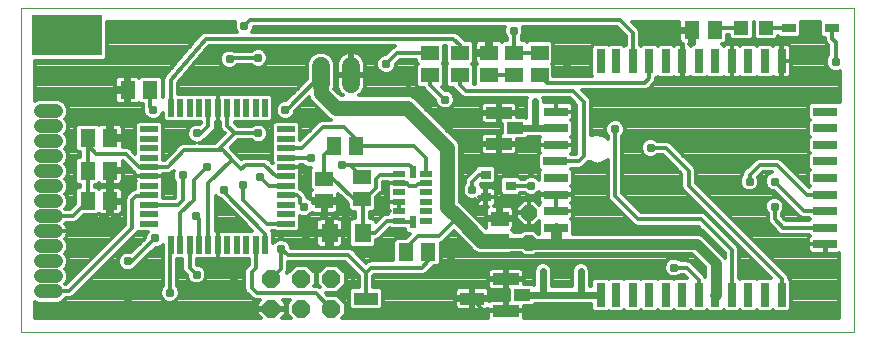
<source format=gtl>
G75*
%MOIN*%
%OFA0B0*%
%FSLAX25Y25*%
%IPPOS*%
%LPD*%
%AMOC8*
5,1,8,0,0,1.08239X$1,22.5*
%
%ADD10C,0.00000*%
%ADD11R,0.23622X0.13780*%
%ADD12R,0.05118X0.05906*%
%ADD13R,0.05906X0.05118*%
%ADD14R,0.05512X0.06299*%
%ADD15R,0.01969X0.05906*%
%ADD16R,0.05906X0.01969*%
%ADD17OC8,0.06000*%
%ADD18R,0.04424X0.01969*%
%ADD19R,0.01969X0.04424*%
%ADD20C,0.04756*%
%ADD21C,0.06000*%
%ADD22R,0.07900X0.04300*%
%ADD23R,0.03150X0.07874*%
%ADD24R,0.07874X0.03150*%
%ADD25R,0.04724X0.02756*%
%ADD26OC8,0.05200*%
%ADD27R,0.03543X0.03150*%
%ADD28R,0.04724X0.04724*%
%ADD29R,0.08661X0.03937*%
%ADD30R,0.05709X0.03937*%
%ADD31C,0.01400*%
%ADD32C,0.02900*%
%ADD33C,0.03100*%
%ADD34C,0.01300*%
%ADD35C,0.02781*%
%ADD36C,0.05000*%
%ADD37C,0.03500*%
%ADD38C,0.03050*%
%ADD39C,0.01200*%
%ADD40C,0.02400*%
D10*
X0016880Y0007422D02*
X0016980Y0115421D01*
X0294539Y0115421D01*
X0294439Y0007422D01*
X0016880Y0007422D01*
D11*
X0032120Y0106359D03*
D12*
X0052515Y0088030D03*
X0059996Y0088030D03*
X0046594Y0072111D03*
X0039114Y0072111D03*
X0039114Y0061187D03*
X0046594Y0061187D03*
X0046602Y0050968D03*
X0039122Y0050968D03*
X0121104Y0069306D03*
X0128585Y0069306D03*
X0145261Y0034040D03*
X0152741Y0034040D03*
X0240640Y0107922D03*
X0248120Y0107922D03*
D13*
X0189780Y0100462D03*
X0181380Y0100462D03*
X0172980Y0100462D03*
X0163180Y0100462D03*
X0153380Y0100462D03*
X0153380Y0092982D03*
X0163180Y0092982D03*
X0172980Y0092982D03*
X0181380Y0092982D03*
X0189780Y0092982D03*
X0130649Y0059196D03*
X0118039Y0058533D03*
X0118039Y0051052D03*
X0130649Y0051715D03*
X0176480Y0045162D03*
X0176480Y0037682D03*
D14*
X0130793Y0040399D03*
X0119770Y0040399D03*
D15*
X0098330Y0036393D03*
X0095180Y0036393D03*
X0092031Y0036393D03*
X0088881Y0036393D03*
X0085732Y0036393D03*
X0082582Y0036393D03*
X0079432Y0036393D03*
X0076283Y0036393D03*
X0073133Y0036393D03*
X0069984Y0036393D03*
X0066834Y0036393D03*
X0066834Y0082062D03*
X0069984Y0082062D03*
X0073133Y0082062D03*
X0076283Y0082062D03*
X0079432Y0082062D03*
X0082582Y0082062D03*
X0085732Y0082062D03*
X0088881Y0082062D03*
X0092031Y0082062D03*
X0095180Y0082062D03*
X0098330Y0082062D03*
D16*
X0105417Y0074976D03*
X0105417Y0071826D03*
X0105417Y0068677D03*
X0105417Y0065527D03*
X0105417Y0062377D03*
X0105417Y0059228D03*
X0105417Y0056078D03*
X0105417Y0052929D03*
X0105417Y0049779D03*
X0105417Y0046629D03*
X0105417Y0043480D03*
X0059747Y0043480D03*
X0059747Y0046629D03*
X0059747Y0049779D03*
X0059747Y0052929D03*
X0059747Y0056078D03*
X0059747Y0059228D03*
X0059747Y0062377D03*
X0059747Y0065527D03*
X0059747Y0068677D03*
X0059747Y0071826D03*
X0059747Y0074976D03*
D17*
X0100406Y0025167D03*
X0110406Y0025167D03*
X0120406Y0025167D03*
X0120406Y0015167D03*
X0110406Y0015167D03*
X0100406Y0015167D03*
D18*
X0143060Y0044447D03*
X0143060Y0047596D03*
X0143060Y0050746D03*
X0143060Y0053895D03*
X0143060Y0057045D03*
X0143060Y0060195D03*
X0152021Y0060195D03*
X0152021Y0057045D03*
X0152021Y0053895D03*
X0152021Y0050746D03*
X0152021Y0047596D03*
X0151991Y0044447D03*
D19*
X0147540Y0044053D03*
X0147540Y0060588D03*
D20*
X0028471Y0060957D02*
X0023715Y0060957D01*
X0023715Y0055957D02*
X0028471Y0055957D01*
X0028471Y0050957D02*
X0023715Y0050957D01*
X0023715Y0045957D02*
X0028471Y0045957D01*
X0028471Y0040957D02*
X0023715Y0040957D01*
X0023715Y0035957D02*
X0028471Y0035957D01*
X0028471Y0030957D02*
X0023715Y0030957D01*
X0023715Y0025957D02*
X0028471Y0025957D01*
X0028471Y0020957D02*
X0023715Y0020957D01*
X0023715Y0065957D02*
X0028471Y0065957D01*
X0028471Y0070957D02*
X0023715Y0070957D01*
X0023715Y0075957D02*
X0028471Y0075957D01*
X0028471Y0080957D02*
X0023715Y0080957D01*
D21*
X0116979Y0090077D02*
X0116979Y0096077D01*
X0126979Y0096077D02*
X0126979Y0090077D01*
D22*
X0131988Y0018551D03*
X0167388Y0018551D03*
D23*
X0210337Y0019749D03*
X0215337Y0019749D03*
X0220849Y0019749D03*
X0226361Y0019749D03*
X0231873Y0019749D03*
X0237385Y0019749D03*
X0242897Y0019749D03*
X0248408Y0019749D03*
X0253920Y0019749D03*
X0259432Y0019749D03*
X0264944Y0019749D03*
X0270456Y0019749D03*
X0270456Y0097701D03*
X0264944Y0097701D03*
X0259432Y0097701D03*
X0253920Y0097701D03*
X0248408Y0097701D03*
X0242897Y0097701D03*
X0237385Y0097701D03*
X0231873Y0097701D03*
X0226361Y0097701D03*
X0220849Y0097701D03*
X0215337Y0097701D03*
X0210337Y0097701D03*
D24*
X0195259Y0080772D03*
X0195259Y0075260D03*
X0195259Y0069749D03*
X0195023Y0064237D03*
X0195259Y0058725D03*
X0195259Y0053213D03*
X0195259Y0047701D03*
X0195259Y0042189D03*
X0195259Y0036678D03*
X0285023Y0036678D03*
X0285023Y0042189D03*
X0285023Y0047701D03*
X0285023Y0053213D03*
X0285023Y0058725D03*
X0285023Y0064237D03*
X0285023Y0069749D03*
X0285023Y0075260D03*
X0285023Y0080772D03*
D25*
X0287363Y0108622D03*
X0272797Y0108622D03*
D26*
X0186280Y0047122D03*
X0186280Y0037122D03*
D27*
X0171843Y0052382D03*
X0180111Y0056122D03*
X0171843Y0059862D03*
D28*
X0257046Y0108622D03*
X0265314Y0108622D03*
D29*
X0176240Y0080467D03*
X0176240Y0070034D03*
X0178580Y0024949D03*
X0178580Y0014516D03*
D30*
X0184092Y0019752D03*
X0181752Y0075270D03*
D31*
X0177198Y0075949D02*
X0157693Y0075949D01*
X0159091Y0074550D02*
X0177198Y0074550D01*
X0177198Y0073703D02*
X0176525Y0073703D01*
X0176525Y0070319D01*
X0175956Y0070319D01*
X0175956Y0073703D01*
X0171686Y0073703D01*
X0171253Y0073587D01*
X0170866Y0073363D01*
X0170549Y0073046D01*
X0170325Y0072659D01*
X0170210Y0072226D01*
X0170210Y0070318D01*
X0175956Y0070318D01*
X0175956Y0069750D01*
X0170210Y0069750D01*
X0170210Y0067842D01*
X0170325Y0067409D01*
X0170549Y0067022D01*
X0170866Y0066705D01*
X0171253Y0066482D01*
X0171686Y0066366D01*
X0175956Y0066366D01*
X0175956Y0069750D01*
X0176525Y0069750D01*
X0176525Y0070318D01*
X0182271Y0070318D01*
X0182271Y0071602D01*
X0185311Y0071602D01*
X0186079Y0072370D01*
X0187654Y0072370D01*
X0187720Y0072343D01*
X0188874Y0072343D01*
X0188940Y0072370D01*
X0189965Y0072370D01*
X0189961Y0072367D01*
X0189738Y0071980D01*
X0189622Y0071547D01*
X0189622Y0069836D01*
X0195171Y0069836D01*
X0195171Y0069661D01*
X0189622Y0069661D01*
X0189622Y0067950D01*
X0189738Y0067518D01*
X0189961Y0067130D01*
X0189981Y0067111D01*
X0189386Y0066516D01*
X0189386Y0061958D01*
X0189981Y0061363D01*
X0189622Y0061004D01*
X0189622Y0058076D01*
X0188821Y0058877D01*
X0187626Y0059372D01*
X0186334Y0059372D01*
X0185139Y0058877D01*
X0184784Y0058522D01*
X0183461Y0058522D01*
X0182587Y0059397D01*
X0177635Y0059397D01*
X0176639Y0058401D01*
X0176639Y0053843D01*
X0177635Y0052847D01*
X0182587Y0052847D01*
X0183461Y0053722D01*
X0184784Y0053722D01*
X0185139Y0053367D01*
X0186334Y0052872D01*
X0187626Y0052872D01*
X0188821Y0053367D01*
X0189622Y0054167D01*
X0189622Y0053301D01*
X0195171Y0053301D01*
X0195171Y0053126D01*
X0189622Y0053126D01*
X0189622Y0051414D01*
X0189738Y0050982D01*
X0189961Y0050594D01*
X0190099Y0050457D01*
X0189961Y0050320D01*
X0189738Y0049932D01*
X0189698Y0049785D01*
X0188061Y0051422D01*
X0186380Y0051422D01*
X0186380Y0047222D01*
X0186180Y0047222D01*
X0186180Y0051422D01*
X0184499Y0051422D01*
X0181980Y0048903D01*
X0181980Y0047222D01*
X0186180Y0047222D01*
X0186180Y0047022D01*
X0181980Y0047022D01*
X0181980Y0045341D01*
X0184499Y0042822D01*
X0186180Y0042822D01*
X0186180Y0047022D01*
X0186380Y0047022D01*
X0186380Y0042822D01*
X0188061Y0042822D01*
X0189622Y0044382D01*
X0189622Y0040128D01*
X0189355Y0040128D01*
X0188061Y0041422D01*
X0184499Y0041422D01*
X0183649Y0040572D01*
X0181133Y0040572D01*
X0181133Y0040945D01*
X0180656Y0041422D01*
X0180793Y0041559D01*
X0181017Y0041947D01*
X0181133Y0042379D01*
X0181133Y0044582D01*
X0177060Y0044582D01*
X0177060Y0045741D01*
X0181133Y0045741D01*
X0181133Y0047945D01*
X0181017Y0048377D01*
X0180793Y0048765D01*
X0180477Y0049081D01*
X0180089Y0049305D01*
X0179657Y0049421D01*
X0177060Y0049421D01*
X0177060Y0045742D01*
X0175900Y0045742D01*
X0175900Y0049421D01*
X0174614Y0049421D01*
X0174658Y0049446D01*
X0174975Y0049763D01*
X0175199Y0050151D01*
X0175315Y0050583D01*
X0175315Y0052294D01*
X0171930Y0052294D01*
X0171930Y0049107D01*
X0172528Y0049107D01*
X0172483Y0049081D01*
X0172167Y0048765D01*
X0171943Y0048377D01*
X0171827Y0047945D01*
X0171827Y0045741D01*
X0175900Y0045741D01*
X0175900Y0044582D01*
X0171827Y0044582D01*
X0171827Y0042379D01*
X0171888Y0042154D01*
X0166041Y0048001D01*
X0163180Y0050861D01*
X0163180Y0069557D01*
X0162541Y0071101D01*
X0148059Y0085582D01*
X0146515Y0086222D01*
X0129669Y0086222D01*
X0130041Y0086492D01*
X0130564Y0087015D01*
X0130999Y0087614D01*
X0131335Y0088273D01*
X0131563Y0088976D01*
X0131679Y0089707D01*
X0131679Y0092777D01*
X0127279Y0092777D01*
X0127279Y0093377D01*
X0126679Y0093377D01*
X0126679Y0092777D01*
X0122279Y0092777D01*
X0122279Y0089707D01*
X0122395Y0088976D01*
X0122624Y0088273D01*
X0122959Y0087614D01*
X0123394Y0087015D01*
X0123917Y0086492D01*
X0124289Y0086222D01*
X0123620Y0086222D01*
X0121392Y0088449D01*
X0121679Y0089142D01*
X0121679Y0097012D01*
X0120964Y0098739D01*
X0119642Y0100061D01*
X0117914Y0100777D01*
X0116044Y0100777D01*
X0114317Y0100061D01*
X0112995Y0098739D01*
X0112279Y0097012D01*
X0112279Y0091625D01*
X0105226Y0084572D01*
X0104434Y0084572D01*
X0103239Y0084077D01*
X0102325Y0083163D01*
X0101830Y0081968D01*
X0101830Y0080675D01*
X0102325Y0079481D01*
X0103239Y0078567D01*
X0104434Y0078072D01*
X0105726Y0078072D01*
X0106921Y0078567D01*
X0107835Y0079481D01*
X0108330Y0080675D01*
X0108330Y0080888D01*
X0112999Y0085557D01*
X0113419Y0084543D01*
X0114600Y0083362D01*
X0119501Y0078461D01*
X0120320Y0078122D01*
X0117203Y0078122D01*
X0116321Y0077756D01*
X0115645Y0077081D01*
X0110069Y0071505D01*
X0110069Y0076664D01*
X0109074Y0077660D01*
X0101760Y0077660D01*
X0100764Y0076664D01*
X0100764Y0063839D01*
X0100817Y0063785D01*
X0100816Y0063780D01*
X0100115Y0064481D01*
X0099440Y0065156D01*
X0098557Y0065522D01*
X0091303Y0065522D01*
X0090421Y0065156D01*
X0090380Y0065116D01*
X0089315Y0066181D01*
X0088640Y0066856D01*
X0088639Y0066856D01*
X0086774Y0068722D01*
X0089274Y0071222D01*
X0093784Y0071222D01*
X0094139Y0070867D01*
X0095334Y0070372D01*
X0096626Y0070372D01*
X0097821Y0070867D01*
X0098735Y0071781D01*
X0099230Y0072975D01*
X0099230Y0074268D01*
X0098735Y0075463D01*
X0097821Y0076377D01*
X0096626Y0076872D01*
X0095334Y0076872D01*
X0094139Y0076377D01*
X0093784Y0076022D01*
X0089274Y0076022D01*
X0088132Y0077164D01*
X0088132Y0077410D01*
X0100018Y0077410D01*
X0101014Y0078405D01*
X0101014Y0085719D01*
X0100018Y0086715D01*
X0084043Y0086715D01*
X0083990Y0086662D01*
X0083790Y0086715D01*
X0082582Y0086715D01*
X0081374Y0086715D01*
X0081174Y0086662D01*
X0081121Y0086715D01*
X0069234Y0086715D01*
X0069234Y0090496D01*
X0079592Y0102722D01*
X0141604Y0102722D01*
X0141061Y0102497D01*
X0140386Y0101821D01*
X0138536Y0099972D01*
X0138034Y0099972D01*
X0136839Y0099477D01*
X0135925Y0098563D01*
X0135430Y0097368D01*
X0135430Y0096075D01*
X0135925Y0094881D01*
X0136839Y0093967D01*
X0138034Y0093472D01*
X0139326Y0093472D01*
X0140521Y0093967D01*
X0141435Y0094881D01*
X0141930Y0096075D01*
X0141930Y0096578D01*
X0143414Y0098062D01*
X0148727Y0098062D01*
X0148727Y0097199D01*
X0149204Y0096722D01*
X0148727Y0096245D01*
X0148727Y0089718D01*
X0149723Y0088723D01*
X0151196Y0088723D01*
X0151345Y0088362D01*
X0155030Y0084678D01*
X0155030Y0084175D01*
X0155525Y0082981D01*
X0156439Y0082067D01*
X0157634Y0081572D01*
X0158926Y0081572D01*
X0160121Y0082067D01*
X0161035Y0082981D01*
X0161530Y0084175D01*
X0161530Y0085468D01*
X0161035Y0086663D01*
X0160121Y0087577D01*
X0158926Y0088072D01*
X0158424Y0088072D01*
X0157405Y0089091D01*
X0158033Y0089718D01*
X0158033Y0096245D01*
X0157556Y0096722D01*
X0158033Y0097199D01*
X0158033Y0102722D01*
X0158527Y0102722D01*
X0158527Y0097199D01*
X0159004Y0096722D01*
X0158527Y0096245D01*
X0158527Y0089718D01*
X0159523Y0088723D01*
X0160996Y0088723D01*
X0161145Y0088362D01*
X0163245Y0086262D01*
X0163921Y0085587D01*
X0164803Y0085222D01*
X0185539Y0085222D01*
X0185397Y0084880D01*
X0185397Y0078852D01*
X0185311Y0078939D01*
X0182271Y0078939D01*
X0182271Y0080183D01*
X0176525Y0080183D01*
X0176525Y0080752D01*
X0175956Y0080752D01*
X0175956Y0084136D01*
X0171686Y0084136D01*
X0171253Y0084020D01*
X0170866Y0083796D01*
X0170549Y0083480D01*
X0170325Y0083092D01*
X0170210Y0082660D01*
X0170210Y0080752D01*
X0175956Y0080752D01*
X0175956Y0080183D01*
X0170210Y0080183D01*
X0170210Y0078275D01*
X0170325Y0077843D01*
X0170549Y0077455D01*
X0170866Y0077138D01*
X0171253Y0076915D01*
X0171686Y0076799D01*
X0175956Y0076799D01*
X0175956Y0080183D01*
X0176525Y0080183D01*
X0176525Y0076799D01*
X0177198Y0076799D01*
X0177198Y0073703D01*
X0176525Y0073152D02*
X0175956Y0073152D01*
X0175956Y0071753D02*
X0176525Y0071753D01*
X0176525Y0070355D02*
X0175956Y0070355D01*
X0176240Y0070034D02*
X0165892Y0070034D01*
X0163880Y0068022D01*
X0163880Y0071522D01*
X0144980Y0090422D01*
X0144980Y0092522D01*
X0148727Y0092731D02*
X0131679Y0092731D01*
X0131679Y0093377D02*
X0131679Y0096447D01*
X0131563Y0097177D01*
X0131335Y0097881D01*
X0130999Y0098540D01*
X0130564Y0099139D01*
X0130041Y0099662D01*
X0129443Y0100097D01*
X0128783Y0100433D01*
X0128080Y0100661D01*
X0127349Y0100777D01*
X0127279Y0100777D01*
X0127279Y0093377D01*
X0131679Y0093377D01*
X0131679Y0094129D02*
X0136676Y0094129D01*
X0135657Y0095528D02*
X0131679Y0095528D01*
X0131603Y0096927D02*
X0135430Y0096927D01*
X0135826Y0098325D02*
X0131109Y0098325D01*
X0129956Y0099724D02*
X0137434Y0099724D01*
X0139686Y0101122D02*
X0098141Y0101122D01*
X0097807Y0101456D02*
X0096622Y0101947D01*
X0095339Y0101947D01*
X0094153Y0101456D01*
X0093819Y0101122D01*
X0088148Y0101122D01*
X0087122Y0101547D01*
X0085839Y0101547D01*
X0084653Y0101056D01*
X0083746Y0100149D01*
X0083255Y0098963D01*
X0083255Y0097680D01*
X0083746Y0096495D01*
X0084653Y0095588D01*
X0085839Y0095097D01*
X0087122Y0095097D01*
X0088307Y0095588D01*
X0089041Y0096322D01*
X0093819Y0096322D01*
X0094153Y0095988D01*
X0095339Y0095497D01*
X0096622Y0095497D01*
X0097807Y0095988D01*
X0098714Y0096895D01*
X0099205Y0098080D01*
X0099205Y0099363D01*
X0098714Y0100549D01*
X0097807Y0101456D01*
X0099056Y0099724D02*
X0113979Y0099724D01*
X0112823Y0098325D02*
X0099205Y0098325D01*
X0098727Y0096927D02*
X0112279Y0096927D01*
X0112279Y0095528D02*
X0096697Y0095528D01*
X0095263Y0095528D02*
X0088163Y0095528D01*
X0084797Y0095528D02*
X0073497Y0095528D01*
X0072313Y0094129D02*
X0112279Y0094129D01*
X0112279Y0092731D02*
X0071128Y0092731D01*
X0069943Y0091332D02*
X0111986Y0091332D01*
X0110588Y0089934D02*
X0069234Y0089934D01*
X0069234Y0088535D02*
X0109189Y0088535D01*
X0107791Y0087137D02*
X0069234Y0087137D01*
X0064434Y0087137D02*
X0064255Y0087137D01*
X0064434Y0086004D02*
X0064255Y0085824D01*
X0064255Y0091687D01*
X0063259Y0092683D01*
X0056733Y0092683D01*
X0056256Y0092206D01*
X0056118Y0092343D01*
X0055731Y0092567D01*
X0055298Y0092683D01*
X0053095Y0092683D01*
X0053095Y0088610D01*
X0051936Y0088610D01*
X0051936Y0092683D01*
X0049733Y0092683D01*
X0049300Y0092567D01*
X0048913Y0092343D01*
X0048596Y0092027D01*
X0048372Y0091639D01*
X0048256Y0091207D01*
X0048256Y0088610D01*
X0051936Y0088610D01*
X0051936Y0087451D01*
X0048256Y0087451D01*
X0048256Y0084853D01*
X0048372Y0084421D01*
X0048596Y0084033D01*
X0048913Y0083717D01*
X0049300Y0083493D01*
X0049733Y0083377D01*
X0051936Y0083377D01*
X0051936Y0087450D01*
X0053095Y0087450D01*
X0053095Y0083377D01*
X0055298Y0083377D01*
X0055731Y0083493D01*
X0056118Y0083717D01*
X0056256Y0083854D01*
X0056733Y0083377D01*
X0057596Y0083377D01*
X0057596Y0081829D01*
X0057730Y0081505D01*
X0057730Y0080675D01*
X0058225Y0079481D01*
X0059139Y0078567D01*
X0060334Y0078072D01*
X0061626Y0078072D01*
X0062821Y0078567D01*
X0063735Y0079481D01*
X0064150Y0080482D01*
X0064150Y0078405D01*
X0065146Y0077410D01*
X0077032Y0077410D01*
X0077032Y0076968D01*
X0076757Y0076693D01*
X0076326Y0076872D01*
X0075034Y0076872D01*
X0073839Y0076377D01*
X0072925Y0075463D01*
X0072430Y0074268D01*
X0072430Y0072975D01*
X0072925Y0071781D01*
X0073839Y0070867D01*
X0075020Y0070377D01*
X0070958Y0070377D01*
X0070076Y0070012D01*
X0069401Y0069337D01*
X0069401Y0069337D01*
X0064886Y0064822D01*
X0064400Y0064822D01*
X0064400Y0076664D01*
X0063404Y0077660D01*
X0056090Y0077660D01*
X0055095Y0076664D01*
X0055095Y0066801D01*
X0053915Y0067981D01*
X0053240Y0068656D01*
X0052357Y0069022D01*
X0050853Y0069022D01*
X0050853Y0071532D01*
X0047174Y0071532D01*
X0047174Y0072691D01*
X0050853Y0072691D01*
X0050853Y0075288D01*
X0050737Y0075720D01*
X0050513Y0076108D01*
X0050197Y0076424D01*
X0049809Y0076648D01*
X0049377Y0076764D01*
X0047173Y0076764D01*
X0047173Y0072691D01*
X0046014Y0072691D01*
X0046014Y0076764D01*
X0043811Y0076764D01*
X0043379Y0076648D01*
X0042991Y0076424D01*
X0042854Y0076287D01*
X0042377Y0076764D01*
X0035850Y0076764D01*
X0034855Y0075768D01*
X0034855Y0068454D01*
X0035850Y0067459D01*
X0036714Y0067459D01*
X0036714Y0065840D01*
X0035850Y0065840D01*
X0034855Y0064844D01*
X0034855Y0057530D01*
X0035850Y0056534D01*
X0036722Y0056534D01*
X0036722Y0055621D01*
X0035859Y0055621D01*
X0034863Y0054625D01*
X0034863Y0050103D01*
X0033117Y0048357D01*
X0031838Y0048357D01*
X0031738Y0048457D01*
X0031928Y0048647D01*
X0032549Y0050146D01*
X0032549Y0051768D01*
X0031928Y0053267D01*
X0031738Y0053457D01*
X0031928Y0053647D01*
X0032549Y0055146D01*
X0032549Y0056768D01*
X0031928Y0058267D01*
X0031738Y0058457D01*
X0031928Y0058647D01*
X0032549Y0060146D01*
X0032549Y0061768D01*
X0031928Y0063267D01*
X0031738Y0063457D01*
X0031928Y0063647D01*
X0032549Y0065146D01*
X0032549Y0066768D01*
X0031928Y0068267D01*
X0031738Y0068457D01*
X0031928Y0068647D01*
X0032549Y0070146D01*
X0032549Y0071768D01*
X0031928Y0073267D01*
X0031738Y0073457D01*
X0031928Y0073647D01*
X0032549Y0075146D01*
X0032549Y0076768D01*
X0031928Y0078267D01*
X0031738Y0078457D01*
X0031928Y0078647D01*
X0032549Y0080146D01*
X0032549Y0081768D01*
X0031928Y0083267D01*
X0030781Y0084414D01*
X0029282Y0085035D01*
X0022904Y0085035D01*
X0021651Y0084516D01*
X0021664Y0097769D01*
X0044635Y0097769D01*
X0045631Y0098765D01*
X0045631Y0110721D01*
X0088386Y0110721D01*
X0088155Y0110163D01*
X0088155Y0108880D01*
X0088646Y0107695D01*
X0088819Y0107522D01*
X0078855Y0107522D01*
X0078758Y0107553D01*
X0078381Y0107522D01*
X0078003Y0107522D01*
X0077908Y0107483D01*
X0077806Y0107474D01*
X0077470Y0107301D01*
X0077121Y0107156D01*
X0077048Y0107084D01*
X0076957Y0107037D01*
X0076713Y0106749D01*
X0076445Y0106481D01*
X0076406Y0106387D01*
X0065067Y0093003D01*
X0064799Y0092735D01*
X0064760Y0092641D01*
X0064694Y0092563D01*
X0064579Y0092203D01*
X0064434Y0091853D01*
X0064434Y0091751D01*
X0064403Y0091654D01*
X0064434Y0091277D01*
X0064434Y0086004D01*
X0064434Y0088535D02*
X0064255Y0088535D01*
X0064255Y0089934D02*
X0064434Y0089934D01*
X0064429Y0091332D02*
X0064255Y0091332D01*
X0064798Y0092731D02*
X0021659Y0092731D01*
X0021658Y0091332D02*
X0048290Y0091332D01*
X0048256Y0089934D02*
X0021656Y0089934D01*
X0021655Y0088535D02*
X0051936Y0088535D01*
X0051936Y0087137D02*
X0053095Y0087137D01*
X0053095Y0085738D02*
X0051936Y0085738D01*
X0051936Y0084340D02*
X0053095Y0084340D01*
X0048419Y0084340D02*
X0030855Y0084340D01*
X0032063Y0082941D02*
X0057596Y0082941D01*
X0057714Y0081543D02*
X0032549Y0081543D01*
X0032548Y0080144D02*
X0057950Y0080144D01*
X0058960Y0078746D02*
X0031969Y0078746D01*
X0032309Y0077347D02*
X0055778Y0077347D01*
X0055095Y0075949D02*
X0050605Y0075949D01*
X0050853Y0074550D02*
X0055095Y0074550D01*
X0055095Y0073152D02*
X0050853Y0073152D01*
X0047174Y0071753D02*
X0055095Y0071753D01*
X0055095Y0070355D02*
X0050853Y0070355D01*
X0052516Y0068956D02*
X0055095Y0068956D01*
X0055095Y0067558D02*
X0054338Y0067558D01*
X0051880Y0066622D02*
X0042080Y0066622D01*
X0039114Y0069588D01*
X0039114Y0072111D01*
X0039114Y0061187D01*
X0039122Y0061179D01*
X0039122Y0050968D01*
X0034111Y0045957D01*
X0026093Y0045957D01*
X0031713Y0043432D02*
X0031838Y0043557D01*
X0034588Y0043557D01*
X0035471Y0043923D01*
X0037863Y0046315D01*
X0042385Y0046315D01*
X0042862Y0046792D01*
X0042999Y0046655D01*
X0043387Y0046431D01*
X0043819Y0046315D01*
X0046023Y0046315D01*
X0046023Y0050388D01*
X0047182Y0050388D01*
X0047182Y0046315D01*
X0049385Y0046315D01*
X0049817Y0046431D01*
X0050205Y0046655D01*
X0050522Y0046971D01*
X0050745Y0047359D01*
X0050861Y0047791D01*
X0050861Y0050389D01*
X0047182Y0050389D01*
X0047182Y0051548D01*
X0046023Y0051548D01*
X0046023Y0055621D01*
X0043819Y0055621D01*
X0043387Y0055505D01*
X0042999Y0055281D01*
X0042862Y0055144D01*
X0042385Y0055621D01*
X0041522Y0055621D01*
X0041522Y0056534D01*
X0042377Y0056534D01*
X0042854Y0057011D01*
X0042991Y0056874D01*
X0043379Y0056650D01*
X0043811Y0056534D01*
X0046014Y0056534D01*
X0046014Y0060608D01*
X0047173Y0060608D01*
X0047173Y0056534D01*
X0049377Y0056534D01*
X0049809Y0056650D01*
X0050197Y0056874D01*
X0050513Y0057191D01*
X0050737Y0057578D01*
X0050853Y0058011D01*
X0050853Y0060608D01*
X0047174Y0060608D01*
X0047174Y0061767D01*
X0050853Y0061767D01*
X0050853Y0064222D01*
X0050886Y0064222D01*
X0054765Y0060343D01*
X0055095Y0060206D01*
X0055095Y0059228D01*
X0059747Y0059228D01*
X0059747Y0059228D01*
X0055095Y0059228D01*
X0055095Y0058020D01*
X0055148Y0057820D01*
X0055095Y0057767D01*
X0055095Y0055022D01*
X0054903Y0055022D01*
X0054021Y0054656D01*
X0053345Y0053981D01*
X0051945Y0052581D01*
X0051580Y0051699D01*
X0051580Y0043116D01*
X0031829Y0023365D01*
X0031738Y0023457D01*
X0031928Y0023647D01*
X0032549Y0025146D01*
X0032549Y0026768D01*
X0031928Y0028267D01*
X0031738Y0028457D01*
X0031928Y0028647D01*
X0032549Y0030146D01*
X0032549Y0031768D01*
X0031928Y0033267D01*
X0031738Y0033457D01*
X0031928Y0033647D01*
X0032549Y0035146D01*
X0032549Y0036768D01*
X0031928Y0038267D01*
X0031713Y0038482D01*
X0031958Y0038820D01*
X0032250Y0039392D01*
X0032448Y0040002D01*
X0032549Y0040636D01*
X0032549Y0040957D01*
X0026093Y0040957D01*
X0026093Y0040957D01*
X0032549Y0040957D01*
X0032549Y0041278D01*
X0032448Y0041912D01*
X0032250Y0042523D01*
X0031958Y0043095D01*
X0031713Y0043432D01*
X0032295Y0042385D02*
X0050849Y0042385D01*
X0051580Y0043783D02*
X0035134Y0043783D01*
X0036730Y0045182D02*
X0051580Y0045182D01*
X0051580Y0046580D02*
X0050075Y0046580D01*
X0050861Y0047979D02*
X0051580Y0047979D01*
X0051580Y0049377D02*
X0050861Y0049377D01*
X0051580Y0050776D02*
X0047182Y0050776D01*
X0047182Y0051548D02*
X0050861Y0051548D01*
X0050861Y0054145D01*
X0050745Y0054577D01*
X0050522Y0054965D01*
X0050205Y0055281D01*
X0049817Y0055505D01*
X0049385Y0055621D01*
X0047182Y0055621D01*
X0047182Y0051548D01*
X0047182Y0052174D02*
X0046023Y0052174D01*
X0046023Y0053573D02*
X0047182Y0053573D01*
X0047182Y0054971D02*
X0046023Y0054971D01*
X0041522Y0056370D02*
X0055095Y0056370D01*
X0055096Y0057768D02*
X0050788Y0057768D01*
X0050853Y0059167D02*
X0055095Y0059167D01*
X0054542Y0060565D02*
X0050853Y0060565D01*
X0050853Y0061964D02*
X0053144Y0061964D01*
X0051745Y0063362D02*
X0050853Y0063362D01*
X0051880Y0066622D02*
X0056124Y0062377D01*
X0059747Y0062377D01*
X0059792Y0062422D01*
X0065880Y0062422D01*
X0071436Y0067977D01*
X0082636Y0067977D01*
X0084124Y0067977D01*
X0087280Y0064822D01*
X0079432Y0056974D01*
X0079432Y0036393D01*
X0076380Y0036490D02*
X0076283Y0036393D01*
X0076283Y0045019D01*
X0075280Y0046022D01*
X0069984Y0046925D02*
X0074580Y0051522D01*
X0074580Y0058122D01*
X0078780Y0062322D01*
X0070780Y0059622D02*
X0070780Y0051222D01*
X0069337Y0049779D01*
X0059747Y0049779D01*
X0059790Y0049822D01*
X0064400Y0052179D02*
X0064400Y0054617D01*
X0064400Y0057767D01*
X0064347Y0057820D01*
X0064400Y0058020D01*
X0064400Y0059228D01*
X0064400Y0060022D01*
X0066357Y0060022D01*
X0067240Y0060387D01*
X0067820Y0060967D01*
X0067530Y0060268D01*
X0067530Y0058975D01*
X0068025Y0057781D01*
X0068380Y0057426D01*
X0068380Y0052216D01*
X0068343Y0052179D01*
X0064400Y0052179D01*
X0059747Y0052929D02*
X0059441Y0052622D01*
X0055380Y0052622D01*
X0053980Y0051222D01*
X0053980Y0042122D01*
X0032815Y0020957D01*
X0026093Y0020957D01*
X0030781Y0017500D02*
X0031838Y0018557D01*
X0033293Y0018557D01*
X0034175Y0018923D01*
X0055340Y0040087D01*
X0056015Y0040762D01*
X0056047Y0040839D01*
X0056090Y0040795D01*
X0059258Y0040795D01*
X0058925Y0040463D01*
X0058430Y0039268D01*
X0058430Y0038766D01*
X0053657Y0033993D01*
X0053226Y0034172D01*
X0051934Y0034172D01*
X0050739Y0033677D01*
X0049825Y0032763D01*
X0049330Y0031568D01*
X0049330Y0030275D01*
X0049825Y0029081D01*
X0050739Y0028167D01*
X0051934Y0027672D01*
X0053226Y0027672D01*
X0054421Y0028167D01*
X0055002Y0028747D01*
X0055340Y0028887D01*
X0061824Y0035372D01*
X0062326Y0035372D01*
X0063521Y0035867D01*
X0064150Y0036495D01*
X0064150Y0032736D01*
X0064180Y0032706D01*
X0064180Y0022618D01*
X0063825Y0022263D01*
X0063330Y0021068D01*
X0063330Y0019775D01*
X0063825Y0018581D01*
X0064739Y0017667D01*
X0065934Y0017172D01*
X0067226Y0017172D01*
X0068421Y0017667D01*
X0069335Y0018581D01*
X0069830Y0019775D01*
X0069830Y0021068D01*
X0069335Y0022263D01*
X0068980Y0022618D01*
X0068980Y0031740D01*
X0070733Y0031740D01*
X0070733Y0028391D01*
X0071099Y0027509D01*
X0072230Y0026378D01*
X0072230Y0025875D01*
X0072725Y0024681D01*
X0073639Y0023767D01*
X0074834Y0023272D01*
X0076126Y0023272D01*
X0077321Y0023767D01*
X0078235Y0024681D01*
X0078730Y0025875D01*
X0078730Y0027168D01*
X0078235Y0028363D01*
X0077321Y0029277D01*
X0076126Y0029772D01*
X0075624Y0029772D01*
X0075533Y0029863D01*
X0075533Y0031740D01*
X0081121Y0031740D01*
X0081174Y0031794D01*
X0081374Y0031740D01*
X0082582Y0031740D01*
X0083790Y0031740D01*
X0083990Y0031794D01*
X0084043Y0031740D01*
X0092880Y0031740D01*
X0092880Y0029816D01*
X0091745Y0028681D01*
X0091380Y0027799D01*
X0091380Y0021644D01*
X0091745Y0020762D01*
X0092421Y0020087D01*
X0094221Y0018287D01*
X0095103Y0017922D01*
X0096514Y0017922D01*
X0095706Y0017113D01*
X0095706Y0015467D01*
X0100106Y0015467D01*
X0100106Y0014867D01*
X0095706Y0014867D01*
X0095706Y0013220D01*
X0096804Y0012122D01*
X0021584Y0012122D01*
X0021589Y0017424D01*
X0022904Y0016879D01*
X0029282Y0016879D01*
X0030781Y0017500D01*
X0030083Y0017211D02*
X0065838Y0017211D01*
X0067322Y0017211D02*
X0095804Y0017211D01*
X0095706Y0015813D02*
X0021588Y0015813D01*
X0021589Y0017211D02*
X0022102Y0017211D01*
X0021586Y0014414D02*
X0095706Y0014414D01*
X0095910Y0013016D02*
X0021585Y0013016D01*
X0033420Y0018610D02*
X0063813Y0018610D01*
X0063330Y0020008D02*
X0035261Y0020008D01*
X0036659Y0021407D02*
X0063470Y0021407D01*
X0064180Y0022805D02*
X0038058Y0022805D01*
X0039456Y0024204D02*
X0064180Y0024204D01*
X0064180Y0025602D02*
X0040855Y0025602D01*
X0042253Y0027001D02*
X0064180Y0027001D01*
X0064180Y0028399D02*
X0054654Y0028399D01*
X0056250Y0029798D02*
X0064180Y0029798D01*
X0064180Y0031196D02*
X0057649Y0031196D01*
X0059047Y0032595D02*
X0064180Y0032595D01*
X0064150Y0033993D02*
X0060446Y0033993D01*
X0062375Y0035392D02*
X0064150Y0035392D01*
X0066580Y0036139D02*
X0066834Y0036393D01*
X0066580Y0036139D02*
X0066580Y0020422D01*
X0069690Y0021407D02*
X0091478Y0021407D01*
X0091380Y0022805D02*
X0068980Y0022805D01*
X0068980Y0024204D02*
X0073202Y0024204D01*
X0072343Y0025602D02*
X0068980Y0025602D01*
X0068980Y0027001D02*
X0071607Y0027001D01*
X0070733Y0028399D02*
X0068980Y0028399D01*
X0068980Y0029798D02*
X0070733Y0029798D01*
X0070733Y0031196D02*
X0068980Y0031196D01*
X0073133Y0028869D02*
X0075480Y0026522D01*
X0078617Y0025602D02*
X0091380Y0025602D01*
X0091380Y0024204D02*
X0077758Y0024204D01*
X0078730Y0027001D02*
X0091380Y0027001D01*
X0091629Y0028399D02*
X0078199Y0028399D01*
X0075598Y0029798D02*
X0092862Y0029798D01*
X0092880Y0031196D02*
X0075533Y0031196D01*
X0073133Y0028869D02*
X0073133Y0036393D01*
X0069984Y0036393D02*
X0069984Y0046925D01*
X0081832Y0046580D02*
X0088428Y0046580D01*
X0089826Y0045182D02*
X0081832Y0045182D01*
X0081832Y0043783D02*
X0091225Y0043783D01*
X0092623Y0042385D02*
X0081832Y0042385D01*
X0081832Y0041046D02*
X0081832Y0052709D01*
X0082653Y0051888D01*
X0083450Y0051558D01*
X0093962Y0041046D01*
X0093492Y0041046D01*
X0084043Y0041046D01*
X0083990Y0040992D01*
X0083790Y0041046D01*
X0082582Y0041046D01*
X0081832Y0041046D01*
X0082582Y0041046D02*
X0082582Y0036393D01*
X0082582Y0031740D01*
X0082582Y0036393D01*
X0082582Y0036393D01*
X0082582Y0036393D01*
X0082582Y0041046D01*
X0082582Y0040986D02*
X0082582Y0040986D01*
X0082582Y0039588D02*
X0082582Y0039588D01*
X0082582Y0038189D02*
X0082582Y0038189D01*
X0082582Y0036791D02*
X0082582Y0036791D01*
X0082582Y0035392D02*
X0082582Y0035392D01*
X0082582Y0033993D02*
X0082582Y0033993D01*
X0082582Y0032595D02*
X0082582Y0032595D01*
X0093780Y0027322D02*
X0095280Y0028822D01*
X0095280Y0036294D01*
X0095180Y0036393D01*
X0098330Y0036393D02*
X0098380Y0036443D01*
X0098380Y0040022D01*
X0084480Y0053922D01*
X0084480Y0054622D01*
X0082367Y0052174D02*
X0081832Y0052174D01*
X0081832Y0050776D02*
X0084232Y0050776D01*
X0085631Y0049377D02*
X0081832Y0049377D01*
X0081832Y0047979D02*
X0087029Y0047979D01*
X0090980Y0051422D02*
X0098980Y0043422D01*
X0105359Y0043422D01*
X0105417Y0043480D01*
X0101760Y0040795D02*
X0109074Y0040795D01*
X0110069Y0041791D01*
X0110069Y0046147D01*
X0110734Y0045872D01*
X0112026Y0045872D01*
X0113221Y0046367D01*
X0114015Y0047161D01*
X0114042Y0047133D01*
X0114430Y0046909D01*
X0114862Y0046793D01*
X0117460Y0046793D01*
X0117460Y0050473D01*
X0118619Y0050473D01*
X0118619Y0051632D01*
X0122692Y0051632D01*
X0122692Y0053316D01*
X0125445Y0050562D01*
X0125997Y0050011D01*
X0125997Y0048452D01*
X0126992Y0047456D01*
X0128393Y0047456D01*
X0128393Y0045249D01*
X0127333Y0045249D01*
X0126337Y0044253D01*
X0126337Y0036545D01*
X0127333Y0035549D01*
X0134253Y0035549D01*
X0135249Y0036545D01*
X0135249Y0037999D01*
X0135335Y0037999D01*
X0136217Y0038364D01*
X0136892Y0039039D01*
X0139879Y0042027D01*
X0140143Y0041762D01*
X0142712Y0041762D01*
X0142976Y0041653D01*
X0144856Y0041653D01*
X0144856Y0041137D01*
X0145852Y0040141D01*
X0146605Y0040141D01*
X0145157Y0038693D01*
X0141998Y0038693D01*
X0141002Y0037697D01*
X0141002Y0031222D01*
X0133219Y0031222D01*
X0132336Y0030856D01*
X0131988Y0030508D01*
X0128115Y0034381D01*
X0127440Y0035056D01*
X0126557Y0035422D01*
X0106930Y0035422D01*
X0106930Y0035768D01*
X0106435Y0036963D01*
X0105521Y0037877D01*
X0104326Y0038372D01*
X0103034Y0038372D01*
X0101839Y0037877D01*
X0101014Y0037052D01*
X0101014Y0040050D01*
X0100780Y0040284D01*
X0100780Y0040499D01*
X0100564Y0041022D01*
X0101533Y0041022D01*
X0101760Y0040795D01*
X0101569Y0040986D02*
X0100578Y0040986D01*
X0101014Y0039588D02*
X0115314Y0039588D01*
X0115314Y0039721D02*
X0115314Y0037026D01*
X0115430Y0036593D01*
X0115654Y0036206D01*
X0115970Y0035889D01*
X0116358Y0035665D01*
X0116790Y0035549D01*
X0119092Y0035549D01*
X0119092Y0039721D01*
X0120448Y0039721D01*
X0120448Y0041077D01*
X0124226Y0041077D01*
X0124226Y0043772D01*
X0124110Y0044205D01*
X0123886Y0044592D01*
X0123570Y0044909D01*
X0123182Y0045133D01*
X0122749Y0045249D01*
X0120448Y0045249D01*
X0120448Y0041077D01*
X0119092Y0041077D01*
X0119092Y0045249D01*
X0116790Y0045249D01*
X0116358Y0045133D01*
X0115970Y0044909D01*
X0115654Y0044592D01*
X0115430Y0044205D01*
X0115314Y0043772D01*
X0115314Y0041077D01*
X0119092Y0041077D01*
X0119092Y0039721D01*
X0115314Y0039721D01*
X0115314Y0038189D02*
X0104768Y0038189D01*
X0102592Y0038189D02*
X0101014Y0038189D01*
X0106507Y0036791D02*
X0115377Y0036791D01*
X0119092Y0036791D02*
X0120448Y0036791D01*
X0120448Y0035549D02*
X0122749Y0035549D01*
X0123182Y0035665D01*
X0123570Y0035889D01*
X0123886Y0036206D01*
X0124110Y0036593D01*
X0124226Y0037026D01*
X0124226Y0039721D01*
X0120448Y0039721D01*
X0120448Y0035549D01*
X0124163Y0036791D02*
X0126337Y0036791D01*
X0126337Y0038189D02*
X0124226Y0038189D01*
X0124226Y0039588D02*
X0126337Y0039588D01*
X0126337Y0040986D02*
X0120448Y0040986D01*
X0119092Y0040986D02*
X0109264Y0040986D01*
X0110069Y0042385D02*
X0115314Y0042385D01*
X0115317Y0043783D02*
X0110069Y0043783D01*
X0110069Y0045182D02*
X0116540Y0045182D01*
X0119092Y0045182D02*
X0120448Y0045182D01*
X0120448Y0043783D02*
X0119092Y0043783D01*
X0119092Y0042385D02*
X0120448Y0042385D01*
X0124226Y0042385D02*
X0126337Y0042385D01*
X0126337Y0043783D02*
X0124223Y0043783D01*
X0122999Y0045182D02*
X0127266Y0045182D01*
X0128393Y0046580D02*
X0113435Y0046580D01*
X0117460Y0047979D02*
X0118619Y0047979D01*
X0118619Y0046793D02*
X0121216Y0046793D01*
X0121648Y0046909D01*
X0122036Y0047133D01*
X0122352Y0047450D01*
X0122576Y0047837D01*
X0122692Y0048270D01*
X0122692Y0050473D01*
X0118619Y0050473D01*
X0118619Y0046793D01*
X0122614Y0047979D02*
X0126470Y0047979D01*
X0125997Y0049377D02*
X0122692Y0049377D01*
X0125232Y0050776D02*
X0118619Y0050776D01*
X0118039Y0051052D02*
X0117870Y0051222D01*
X0114180Y0051222D01*
X0112780Y0052622D01*
X0112780Y0058922D01*
X0109324Y0062377D01*
X0105417Y0062377D01*
X0105417Y0062377D01*
X0110069Y0062377D01*
X0110069Y0061169D01*
X0110016Y0060970D01*
X0110069Y0060916D01*
X0110069Y0055072D01*
X0110333Y0054963D01*
X0111340Y0053956D01*
X0112015Y0053281D01*
X0112380Y0052399D01*
X0112380Y0052225D01*
X0113221Y0051877D01*
X0113386Y0051712D01*
X0113386Y0053835D01*
X0113502Y0054268D01*
X0113726Y0054655D01*
X0113863Y0054793D01*
X0113386Y0055270D01*
X0113386Y0061796D01*
X0113562Y0061972D01*
X0112834Y0061972D01*
X0111639Y0062467D01*
X0110979Y0063127D01*
X0110069Y0063127D01*
X0110069Y0062377D01*
X0105417Y0062377D01*
X0105417Y0059228D02*
X0101974Y0059228D01*
X0098080Y0063122D01*
X0091780Y0063122D01*
X0090380Y0061722D01*
X0087280Y0064822D01*
X0089337Y0066159D02*
X0100764Y0066159D01*
X0100764Y0064761D02*
X0099835Y0064761D01*
X0100764Y0067558D02*
X0087938Y0067558D01*
X0087009Y0068956D02*
X0100764Y0068956D01*
X0100764Y0070355D02*
X0088407Y0070355D01*
X0083017Y0071753D02*
X0078606Y0071753D01*
X0078440Y0071587D02*
X0081467Y0074615D01*
X0081832Y0075497D01*
X0081832Y0077410D01*
X0082582Y0077410D01*
X0083332Y0077410D01*
X0083332Y0075693D01*
X0083697Y0074811D01*
X0084372Y0074136D01*
X0084886Y0073622D01*
X0081641Y0070377D01*
X0076340Y0070377D01*
X0077521Y0070867D01*
X0078102Y0071447D01*
X0078440Y0071587D01*
X0080004Y0073152D02*
X0084416Y0073152D01*
X0085732Y0076170D02*
X0088280Y0073622D01*
X0082636Y0067977D01*
X0072952Y0071753D02*
X0064400Y0071753D01*
X0064400Y0070355D02*
X0070904Y0070355D01*
X0069020Y0068956D02*
X0064400Y0068956D01*
X0064400Y0067558D02*
X0067622Y0067558D01*
X0066223Y0066159D02*
X0064400Y0066159D01*
X0067418Y0060565D02*
X0067653Y0060565D01*
X0067530Y0059167D02*
X0064400Y0059167D01*
X0064400Y0059228D02*
X0059747Y0059228D01*
X0064400Y0059228D01*
X0064398Y0057768D02*
X0068037Y0057768D01*
X0068380Y0056370D02*
X0064400Y0056370D01*
X0064400Y0054971D02*
X0068380Y0054971D01*
X0068380Y0053573D02*
X0064400Y0053573D01*
X0054780Y0054971D02*
X0050515Y0054971D01*
X0050861Y0053573D02*
X0052937Y0053573D01*
X0051777Y0052174D02*
X0050861Y0052174D01*
X0047182Y0049377D02*
X0046023Y0049377D01*
X0046023Y0047979D02*
X0047182Y0047979D01*
X0047182Y0046580D02*
X0046023Y0046580D01*
X0043129Y0046580D02*
X0042650Y0046580D01*
X0034863Y0050776D02*
X0032549Y0050776D01*
X0032380Y0052174D02*
X0034863Y0052174D01*
X0034863Y0053573D02*
X0031853Y0053573D01*
X0032476Y0054971D02*
X0035209Y0054971D01*
X0036722Y0056370D02*
X0032549Y0056370D01*
X0032134Y0057768D02*
X0034855Y0057768D01*
X0034855Y0059167D02*
X0032143Y0059167D01*
X0032549Y0060565D02*
X0034855Y0060565D01*
X0034855Y0061964D02*
X0032468Y0061964D01*
X0031833Y0063362D02*
X0034855Y0063362D01*
X0034855Y0064761D02*
X0032389Y0064761D01*
X0032549Y0066159D02*
X0036714Y0066159D01*
X0035751Y0067558D02*
X0032222Y0067558D01*
X0032056Y0068956D02*
X0034855Y0068956D01*
X0034855Y0070355D02*
X0032549Y0070355D01*
X0032549Y0071753D02*
X0034855Y0071753D01*
X0034855Y0073152D02*
X0031975Y0073152D01*
X0032302Y0074550D02*
X0034855Y0074550D01*
X0035035Y0075949D02*
X0032549Y0075949D01*
X0046014Y0075949D02*
X0047173Y0075949D01*
X0047173Y0074550D02*
X0046014Y0074550D01*
X0046014Y0073152D02*
X0047173Y0073152D01*
X0063000Y0078746D02*
X0064150Y0078746D01*
X0064150Y0080144D02*
X0064010Y0080144D01*
X0060980Y0081322D02*
X0059996Y0082306D01*
X0059996Y0088030D01*
X0066834Y0091376D02*
X0078480Y0105122D01*
X0161080Y0105122D01*
X0163180Y0103022D01*
X0163180Y0100462D01*
X0167833Y0101122D02*
X0168327Y0101122D01*
X0168327Y0101041D02*
X0172400Y0101041D01*
X0172400Y0099882D01*
X0168327Y0099882D01*
X0168327Y0097679D01*
X0168443Y0097247D01*
X0168667Y0096859D01*
X0168804Y0096722D01*
X0168327Y0096245D01*
X0168327Y0090022D01*
X0167833Y0090022D01*
X0167833Y0096245D01*
X0167356Y0096722D01*
X0167833Y0097199D01*
X0167833Y0103725D01*
X0166837Y0104721D01*
X0164875Y0104721D01*
X0164540Y0105056D01*
X0164539Y0105056D01*
X0162440Y0107156D01*
X0161557Y0107522D01*
X0093941Y0107522D01*
X0094114Y0107695D01*
X0094605Y0108880D01*
X0094605Y0108922D01*
X0178186Y0108922D01*
X0177955Y0108363D01*
X0177955Y0107080D01*
X0178446Y0105895D01*
X0178980Y0105361D01*
X0178980Y0104721D01*
X0177723Y0104721D01*
X0177180Y0104178D01*
X0176977Y0104381D01*
X0176589Y0104605D01*
X0176157Y0104721D01*
X0173560Y0104721D01*
X0173560Y0101042D01*
X0172400Y0101042D01*
X0172400Y0104721D01*
X0169803Y0104721D01*
X0169371Y0104605D01*
X0168983Y0104381D01*
X0168667Y0104065D01*
X0168443Y0103677D01*
X0168327Y0103245D01*
X0168327Y0101041D01*
X0168327Y0099724D02*
X0167833Y0099724D01*
X0167833Y0098325D02*
X0168327Y0098325D01*
X0168628Y0096927D02*
X0167561Y0096927D01*
X0167833Y0095528D02*
X0168327Y0095528D01*
X0168327Y0094129D02*
X0167833Y0094129D01*
X0163180Y0092982D02*
X0163180Y0089722D01*
X0165280Y0087622D01*
X0200980Y0087622D01*
X0204480Y0084122D01*
X0204480Y0065922D01*
X0202795Y0064237D01*
X0195023Y0064237D01*
X0189386Y0064761D02*
X0163180Y0064761D01*
X0163180Y0066159D02*
X0189386Y0066159D01*
X0189727Y0067558D02*
X0182195Y0067558D01*
X0182155Y0067409D02*
X0182271Y0067842D01*
X0182271Y0069750D01*
X0176525Y0069750D01*
X0176525Y0066366D01*
X0180795Y0066366D01*
X0181227Y0066482D01*
X0181615Y0066705D01*
X0181931Y0067022D01*
X0182155Y0067409D01*
X0182271Y0068956D02*
X0189622Y0068956D01*
X0189622Y0070355D02*
X0182271Y0070355D01*
X0185462Y0071753D02*
X0189677Y0071753D01*
X0195346Y0069836D02*
X0200896Y0069836D01*
X0200896Y0071547D01*
X0200780Y0071980D01*
X0200556Y0072367D01*
X0200419Y0072504D01*
X0200896Y0072981D01*
X0200896Y0077539D01*
X0200419Y0078016D01*
X0200556Y0078154D01*
X0200780Y0078541D01*
X0200896Y0078974D01*
X0200896Y0080685D01*
X0195346Y0080685D01*
X0195346Y0080860D01*
X0195171Y0080860D01*
X0195171Y0084047D01*
X0191197Y0084047D01*
X0191197Y0084880D01*
X0191055Y0085222D01*
X0199986Y0085222D01*
X0202080Y0083128D01*
X0202080Y0066916D01*
X0201801Y0066637D01*
X0200539Y0066637D01*
X0200301Y0066875D01*
X0200556Y0067130D01*
X0200780Y0067518D01*
X0200896Y0067950D01*
X0200896Y0069661D01*
X0195346Y0069661D01*
X0195346Y0069836D01*
X0200896Y0070355D02*
X0202080Y0070355D01*
X0202080Y0071753D02*
X0200841Y0071753D01*
X0200896Y0073152D02*
X0202080Y0073152D01*
X0206880Y0073152D02*
X0207608Y0073152D01*
X0206880Y0072957D02*
X0209038Y0073535D01*
X0211621Y0072843D01*
X0212580Y0071884D01*
X0212580Y0072826D01*
X0212225Y0073181D01*
X0211730Y0074375D01*
X0211730Y0075668D01*
X0212225Y0076863D01*
X0213139Y0077777D01*
X0214334Y0078272D01*
X0215626Y0078272D01*
X0216821Y0077777D01*
X0217735Y0076863D01*
X0218230Y0075668D01*
X0218230Y0074375D01*
X0217735Y0073181D01*
X0217380Y0072826D01*
X0217380Y0053616D01*
X0223674Y0047322D01*
X0244157Y0047322D01*
X0245040Y0046956D01*
X0255280Y0036716D01*
X0255955Y0036041D01*
X0256320Y0035159D01*
X0256320Y0025265D01*
X0256676Y0024909D01*
X0257153Y0025386D01*
X0261711Y0025386D01*
X0262188Y0024909D01*
X0262665Y0025386D01*
X0266822Y0025386D01*
X0238121Y0054087D01*
X0238121Y0054087D01*
X0237445Y0054762D01*
X0237080Y0055644D01*
X0237080Y0060028D01*
X0230786Y0066322D01*
X0229076Y0066322D01*
X0228721Y0065967D01*
X0227526Y0065472D01*
X0226234Y0065472D01*
X0225039Y0065967D01*
X0224125Y0066881D01*
X0223630Y0068075D01*
X0223630Y0069368D01*
X0224125Y0070563D01*
X0225039Y0071477D01*
X0226234Y0071972D01*
X0227526Y0071972D01*
X0228721Y0071477D01*
X0229076Y0071122D01*
X0232257Y0071122D01*
X0233140Y0070756D01*
X0240840Y0063056D01*
X0241515Y0062381D01*
X0241880Y0061499D01*
X0241880Y0057116D01*
X0271815Y0027181D01*
X0272490Y0026506D01*
X0272856Y0025624D01*
X0272856Y0025265D01*
X0273730Y0024390D01*
X0273730Y0015107D01*
X0272735Y0014112D01*
X0268177Y0014112D01*
X0267700Y0014588D01*
X0267223Y0014112D01*
X0262665Y0014112D01*
X0262188Y0014588D01*
X0261711Y0014112D01*
X0257153Y0014112D01*
X0256676Y0014588D01*
X0256199Y0014112D01*
X0251641Y0014112D01*
X0251164Y0014588D01*
X0250687Y0014112D01*
X0246129Y0014112D01*
X0245652Y0014588D01*
X0245176Y0014112D01*
X0240618Y0014112D01*
X0240141Y0014588D01*
X0239664Y0014112D01*
X0235106Y0014112D01*
X0234629Y0014588D01*
X0234152Y0014112D01*
X0229594Y0014112D01*
X0229117Y0014588D01*
X0228640Y0014112D01*
X0224082Y0014112D01*
X0223605Y0014588D01*
X0223128Y0014112D01*
X0218570Y0014112D01*
X0218093Y0014588D01*
X0217616Y0014112D01*
X0213059Y0014112D01*
X0212837Y0014333D01*
X0212616Y0014112D01*
X0208059Y0014112D01*
X0207063Y0015107D01*
X0207063Y0016852D01*
X0204160Y0016852D01*
X0204155Y0016850D01*
X0203002Y0016850D01*
X0202997Y0016852D01*
X0191562Y0016852D01*
X0191557Y0016850D01*
X0190403Y0016850D01*
X0190398Y0016852D01*
X0188419Y0016852D01*
X0187650Y0016084D01*
X0184611Y0016084D01*
X0184611Y0014801D01*
X0178864Y0014801D01*
X0178296Y0014801D01*
X0178296Y0018185D01*
X0174025Y0018185D01*
X0173593Y0018069D01*
X0173205Y0017845D01*
X0173038Y0017678D01*
X0173038Y0018176D01*
X0167763Y0018176D01*
X0167763Y0018926D01*
X0167013Y0018926D01*
X0167013Y0022401D01*
X0163214Y0022401D01*
X0162782Y0022285D01*
X0162394Y0022061D01*
X0162078Y0021745D01*
X0161854Y0021357D01*
X0161738Y0020925D01*
X0161738Y0018926D01*
X0167013Y0018926D01*
X0167013Y0018176D01*
X0161738Y0018176D01*
X0161738Y0016177D01*
X0161854Y0015745D01*
X0162078Y0015357D01*
X0162394Y0015041D01*
X0162782Y0014817D01*
X0163214Y0014701D01*
X0167013Y0014701D01*
X0167013Y0018176D01*
X0167763Y0018176D01*
X0167763Y0014701D01*
X0171562Y0014701D01*
X0171994Y0014817D01*
X0172382Y0015041D01*
X0172549Y0015208D01*
X0172549Y0014801D01*
X0178296Y0014801D01*
X0178296Y0014232D01*
X0172549Y0014232D01*
X0172549Y0012324D01*
X0172603Y0012122D01*
X0124008Y0012122D01*
X0125106Y0013220D01*
X0125106Y0017113D01*
X0122353Y0019867D01*
X0119100Y0019867D01*
X0118500Y0020467D01*
X0122353Y0020467D01*
X0125106Y0023220D01*
X0125106Y0027113D01*
X0122353Y0029867D01*
X0118459Y0029867D01*
X0115706Y0027113D01*
X0115706Y0023220D01*
X0116541Y0022385D01*
X0115728Y0022722D01*
X0114608Y0022722D01*
X0115106Y0023220D01*
X0115106Y0027113D01*
X0112353Y0029867D01*
X0108459Y0029867D01*
X0105744Y0027151D01*
X0106080Y0027963D01*
X0106080Y0030622D01*
X0125086Y0030622D01*
X0129588Y0026120D01*
X0129588Y0022401D01*
X0127334Y0022401D01*
X0126338Y0021405D01*
X0126338Y0015697D01*
X0127334Y0014701D01*
X0136642Y0014701D01*
X0137638Y0015697D01*
X0137638Y0021405D01*
X0136642Y0022401D01*
X0134388Y0022401D01*
X0134388Y0026120D01*
X0134690Y0026422D01*
X0151057Y0026422D01*
X0151940Y0026787D01*
X0152615Y0027462D01*
X0154540Y0029388D01*
X0156004Y0029388D01*
X0157000Y0030384D01*
X0157000Y0037064D01*
X0157540Y0037287D01*
X0161207Y0040955D01*
X0168041Y0034121D01*
X0169585Y0033482D01*
X0172764Y0033482D01*
X0172823Y0033423D01*
X0180137Y0033423D01*
X0180386Y0033672D01*
X0183649Y0033672D01*
X0184499Y0032822D01*
X0188061Y0032822D01*
X0188467Y0033228D01*
X0240695Y0033228D01*
X0245030Y0028893D01*
X0245030Y0025826D01*
X0244931Y0026065D01*
X0244256Y0026740D01*
X0240140Y0030856D01*
X0239257Y0031222D01*
X0236776Y0031222D01*
X0236421Y0031577D01*
X0235226Y0032072D01*
X0233934Y0032072D01*
X0232739Y0031577D01*
X0231825Y0030663D01*
X0231330Y0029468D01*
X0231330Y0028175D01*
X0231825Y0026981D01*
X0232739Y0026067D01*
X0233934Y0025572D01*
X0235226Y0025572D01*
X0236421Y0026067D01*
X0236776Y0026422D01*
X0237786Y0026422D01*
X0238822Y0025386D01*
X0235106Y0025386D01*
X0234629Y0024909D01*
X0234152Y0025386D01*
X0229594Y0025386D01*
X0229117Y0024909D01*
X0228640Y0025386D01*
X0224082Y0025386D01*
X0223605Y0024909D01*
X0223128Y0025386D01*
X0218570Y0025386D01*
X0218093Y0024909D01*
X0217616Y0025386D01*
X0213059Y0025386D01*
X0212837Y0025165D01*
X0212616Y0025386D01*
X0208059Y0025386D01*
X0207063Y0024390D01*
X0207063Y0022652D01*
X0206478Y0022652D01*
X0206478Y0028271D01*
X0206037Y0029337D01*
X0205221Y0030153D01*
X0204155Y0030594D01*
X0203002Y0030594D01*
X0201936Y0030153D01*
X0201120Y0029337D01*
X0200678Y0028271D01*
X0200678Y0022652D01*
X0193880Y0022652D01*
X0193880Y0028271D01*
X0193439Y0029337D01*
X0192623Y0030153D01*
X0191557Y0030594D01*
X0190403Y0030594D01*
X0189337Y0030153D01*
X0188522Y0029337D01*
X0188080Y0028271D01*
X0188080Y0022991D01*
X0187650Y0023421D01*
X0184611Y0023421D01*
X0184611Y0024665D01*
X0178864Y0024665D01*
X0178864Y0021281D01*
X0179537Y0021281D01*
X0179537Y0018185D01*
X0178864Y0018185D01*
X0178864Y0014801D01*
X0178864Y0014232D01*
X0184611Y0014232D01*
X0184611Y0012324D01*
X0184557Y0012122D01*
X0289743Y0012122D01*
X0289763Y0033604D01*
X0289616Y0033519D01*
X0289183Y0033403D01*
X0285110Y0033403D01*
X0285110Y0036590D01*
X0284935Y0036590D01*
X0284935Y0033403D01*
X0280862Y0033403D01*
X0280429Y0033519D01*
X0280042Y0033743D01*
X0279725Y0034059D01*
X0279501Y0034447D01*
X0279386Y0034879D01*
X0279386Y0036590D01*
X0284935Y0036590D01*
X0284935Y0036765D01*
X0279386Y0036765D01*
X0279386Y0038476D01*
X0279501Y0038909D01*
X0279725Y0039296D01*
X0279862Y0039434D01*
X0279507Y0039789D01*
X0270435Y0039789D01*
X0269553Y0040155D01*
X0268878Y0040830D01*
X0266145Y0043562D01*
X0265780Y0044444D01*
X0265780Y0046926D01*
X0265425Y0047281D01*
X0264930Y0048475D01*
X0264930Y0049768D01*
X0265425Y0050963D01*
X0266339Y0051877D01*
X0267534Y0052372D01*
X0268826Y0052372D01*
X0270021Y0051877D01*
X0270935Y0050963D01*
X0271430Y0049768D01*
X0271430Y0048475D01*
X0270935Y0047281D01*
X0270580Y0046926D01*
X0270580Y0045916D01*
X0271906Y0044589D01*
X0279507Y0044589D01*
X0279862Y0044945D01*
X0279507Y0045301D01*
X0277523Y0045301D01*
X0276641Y0045667D01*
X0275966Y0046342D01*
X0268036Y0054272D01*
X0267534Y0054272D01*
X0266339Y0054767D01*
X0265425Y0055681D01*
X0264930Y0056875D01*
X0264930Y0058168D01*
X0265425Y0059363D01*
X0266339Y0060277D01*
X0267413Y0060722D01*
X0264274Y0060722D01*
X0262646Y0059094D01*
X0263030Y0058168D01*
X0263030Y0056875D01*
X0262535Y0055681D01*
X0261621Y0054767D01*
X0260426Y0054272D01*
X0259134Y0054272D01*
X0257939Y0054767D01*
X0257025Y0055681D01*
X0256530Y0056875D01*
X0256530Y0058168D01*
X0257025Y0059363D01*
X0257380Y0059718D01*
X0257380Y0060099D01*
X0257745Y0060981D01*
X0258421Y0061656D01*
X0261921Y0065156D01*
X0262803Y0065522D01*
X0269357Y0065522D01*
X0270240Y0065156D01*
X0279645Y0055751D01*
X0279862Y0055969D01*
X0279386Y0056446D01*
X0279386Y0061004D01*
X0279862Y0061481D01*
X0279386Y0061958D01*
X0279386Y0066516D01*
X0279862Y0066993D01*
X0279386Y0067470D01*
X0279386Y0072028D01*
X0279862Y0072504D01*
X0279386Y0072981D01*
X0279386Y0077539D01*
X0279862Y0078016D01*
X0279386Y0078493D01*
X0279386Y0083051D01*
X0280381Y0084047D01*
X0289664Y0084047D01*
X0289810Y0083901D01*
X0289820Y0094459D01*
X0289126Y0094172D01*
X0287834Y0094172D01*
X0286639Y0094667D01*
X0285725Y0095581D01*
X0285230Y0096775D01*
X0285230Y0098068D01*
X0285725Y0099263D01*
X0286080Y0099618D01*
X0286080Y0103011D01*
X0286004Y0103087D01*
X0285329Y0103762D01*
X0284963Y0104644D01*
X0284963Y0105544D01*
X0284297Y0105544D01*
X0283301Y0106540D01*
X0283301Y0110704D01*
X0283318Y0110721D01*
X0276842Y0110721D01*
X0276859Y0110704D01*
X0276859Y0106540D01*
X0275863Y0105544D01*
X0269730Y0105544D01*
X0269376Y0105898D01*
X0269376Y0105555D01*
X0268380Y0104560D01*
X0262248Y0104560D01*
X0261252Y0105555D01*
X0261252Y0110721D01*
X0261108Y0110721D01*
X0261108Y0105555D01*
X0260113Y0104560D01*
X0253980Y0104560D01*
X0252984Y0105555D01*
X0252984Y0106222D01*
X0252379Y0106222D01*
X0252379Y0104265D01*
X0251383Y0103269D01*
X0250757Y0103269D01*
X0251164Y0102861D01*
X0251302Y0102999D01*
X0251689Y0103222D01*
X0252122Y0103338D01*
X0253833Y0103338D01*
X0253833Y0097789D01*
X0254008Y0097789D01*
X0254008Y0103338D01*
X0255719Y0103338D01*
X0256151Y0103222D01*
X0256539Y0102999D01*
X0256676Y0102861D01*
X0257153Y0103338D01*
X0261711Y0103338D01*
X0262188Y0102861D01*
X0262665Y0103338D01*
X0267223Y0103338D01*
X0267700Y0102861D01*
X0267837Y0102999D01*
X0268225Y0103222D01*
X0268657Y0103338D01*
X0270368Y0103338D01*
X0270368Y0097789D01*
X0270543Y0097789D01*
X0270543Y0103338D01*
X0272254Y0103338D01*
X0272687Y0103222D01*
X0273074Y0102999D01*
X0273391Y0102682D01*
X0273615Y0102294D01*
X0273730Y0101862D01*
X0273730Y0097789D01*
X0270543Y0097789D01*
X0270543Y0097614D01*
X0273730Y0097614D01*
X0273730Y0093540D01*
X0273615Y0093108D01*
X0273391Y0092720D01*
X0273074Y0092404D01*
X0272687Y0092180D01*
X0272254Y0092064D01*
X0270543Y0092064D01*
X0270543Y0097614D01*
X0270368Y0097614D01*
X0270368Y0092064D01*
X0268657Y0092064D01*
X0268225Y0092180D01*
X0267837Y0092404D01*
X0267700Y0092541D01*
X0267223Y0092064D01*
X0262665Y0092064D01*
X0262188Y0092541D01*
X0261711Y0092064D01*
X0257153Y0092064D01*
X0256676Y0092541D01*
X0256539Y0092404D01*
X0256151Y0092180D01*
X0255719Y0092064D01*
X0254008Y0092064D01*
X0254008Y0097614D01*
X0253833Y0097614D01*
X0253833Y0092064D01*
X0252122Y0092064D01*
X0251689Y0092180D01*
X0251302Y0092404D01*
X0251164Y0092541D01*
X0250687Y0092064D01*
X0246129Y0092064D01*
X0245652Y0092541D01*
X0245176Y0092064D01*
X0240618Y0092064D01*
X0240141Y0092541D01*
X0240003Y0092404D01*
X0239616Y0092180D01*
X0239183Y0092064D01*
X0237472Y0092064D01*
X0237472Y0097614D01*
X0237297Y0097614D01*
X0237297Y0092064D01*
X0235586Y0092064D01*
X0235154Y0092180D01*
X0234766Y0092404D01*
X0234629Y0092541D01*
X0234152Y0092064D01*
X0229594Y0092064D01*
X0229117Y0092541D01*
X0228761Y0092185D01*
X0228761Y0091525D01*
X0228396Y0090643D01*
X0226815Y0089062D01*
X0226140Y0088387D01*
X0225257Y0088022D01*
X0203974Y0088022D01*
X0206515Y0085481D01*
X0206880Y0084599D01*
X0206880Y0072957D01*
X0206880Y0074550D02*
X0211730Y0074550D01*
X0211846Y0075949D02*
X0206880Y0075949D01*
X0206880Y0077347D02*
X0212709Y0077347D01*
X0214980Y0075022D02*
X0214980Y0052622D01*
X0222680Y0044922D01*
X0243680Y0044922D01*
X0253920Y0034682D01*
X0253920Y0019749D01*
X0243636Y0021166D02*
X0242897Y0019749D01*
X0242897Y0024705D01*
X0238780Y0028822D01*
X0234580Y0028822D01*
X0232359Y0031196D02*
X0157000Y0031196D01*
X0157000Y0032595D02*
X0241328Y0032595D01*
X0242726Y0031196D02*
X0239318Y0031196D01*
X0241198Y0029798D02*
X0244125Y0029798D01*
X0245030Y0028399D02*
X0242596Y0028399D01*
X0243995Y0027001D02*
X0245030Y0027001D01*
X0238605Y0025602D02*
X0235300Y0025602D01*
X0233860Y0025602D02*
X0206478Y0025602D01*
X0206478Y0024204D02*
X0207063Y0024204D01*
X0207063Y0022805D02*
X0206478Y0022805D01*
X0200678Y0022805D02*
X0193880Y0022805D01*
X0193880Y0024204D02*
X0200678Y0024204D01*
X0200678Y0025602D02*
X0193880Y0025602D01*
X0193880Y0027001D02*
X0200678Y0027001D01*
X0200732Y0028399D02*
X0193827Y0028399D01*
X0192977Y0029798D02*
X0201581Y0029798D01*
X0205576Y0029798D02*
X0231467Y0029798D01*
X0231330Y0028399D02*
X0206425Y0028399D01*
X0206478Y0027001D02*
X0231816Y0027001D01*
X0244078Y0039602D02*
X0250434Y0033247D01*
X0250434Y0033247D01*
X0251405Y0032276D01*
X0251520Y0031997D01*
X0251520Y0033688D01*
X0242686Y0042522D01*
X0222203Y0042522D01*
X0221321Y0042887D01*
X0213621Y0050587D01*
X0212945Y0051262D01*
X0212580Y0052144D01*
X0212580Y0064857D01*
X0211621Y0063898D01*
X0209038Y0063206D01*
X0206456Y0063898D01*
X0206153Y0064201D01*
X0205840Y0063887D01*
X0204154Y0062202D01*
X0203272Y0061837D01*
X0200539Y0061837D01*
X0200301Y0061599D01*
X0200896Y0061004D01*
X0200896Y0056446D01*
X0200419Y0055969D01*
X0200556Y0055832D01*
X0200780Y0055444D01*
X0200896Y0055012D01*
X0200896Y0053301D01*
X0195346Y0053301D01*
X0195346Y0053126D01*
X0200896Y0053126D01*
X0200896Y0051414D01*
X0200780Y0050982D01*
X0200556Y0050594D01*
X0200419Y0050457D01*
X0200556Y0050320D01*
X0200780Y0049932D01*
X0200896Y0049500D01*
X0200896Y0047789D01*
X0195346Y0047789D01*
X0195171Y0047789D01*
X0195171Y0050976D01*
X0195171Y0053126D01*
X0195346Y0053126D01*
X0195346Y0047789D01*
X0195346Y0047614D01*
X0200896Y0047614D01*
X0200896Y0045903D01*
X0200780Y0045470D01*
X0200556Y0045083D01*
X0200419Y0044945D01*
X0200896Y0044468D01*
X0200896Y0040128D01*
X0242810Y0040128D01*
X0244078Y0039602D01*
X0244093Y0039588D02*
X0245620Y0039588D01*
X0245492Y0038189D02*
X0247019Y0038189D01*
X0246890Y0036791D02*
X0248417Y0036791D01*
X0248289Y0035392D02*
X0249816Y0035392D01*
X0249687Y0033993D02*
X0251214Y0033993D01*
X0251086Y0032595D02*
X0251520Y0032595D01*
X0256320Y0032595D02*
X0259613Y0032595D01*
X0261011Y0031196D02*
X0256320Y0031196D01*
X0256320Y0029798D02*
X0262410Y0029798D01*
X0263808Y0028399D02*
X0256320Y0028399D01*
X0256320Y0027001D02*
X0265207Y0027001D01*
X0266605Y0025602D02*
X0256320Y0025602D01*
X0267799Y0031196D02*
X0289761Y0031196D01*
X0289760Y0029798D02*
X0269198Y0029798D01*
X0270596Y0028399D02*
X0289759Y0028399D01*
X0289757Y0027001D02*
X0271995Y0027001D01*
X0272856Y0025602D02*
X0289756Y0025602D01*
X0289755Y0024204D02*
X0273730Y0024204D01*
X0273730Y0022805D02*
X0289753Y0022805D01*
X0289752Y0021407D02*
X0273730Y0021407D01*
X0273730Y0020008D02*
X0289751Y0020008D01*
X0289749Y0018610D02*
X0273730Y0018610D01*
X0273730Y0017211D02*
X0289748Y0017211D01*
X0289747Y0015813D02*
X0273730Y0015813D01*
X0273037Y0014414D02*
X0289746Y0014414D01*
X0289744Y0013016D02*
X0184611Y0013016D01*
X0178864Y0014414D02*
X0207756Y0014414D01*
X0207063Y0015813D02*
X0184611Y0015813D01*
X0178864Y0015813D02*
X0178296Y0015813D01*
X0178580Y0014516D02*
X0171423Y0014516D01*
X0167388Y0018551D01*
X0167763Y0018610D02*
X0179537Y0018610D01*
X0179537Y0020008D02*
X0173038Y0020008D01*
X0173038Y0020925D02*
X0173038Y0018926D01*
X0167763Y0018926D01*
X0167763Y0022401D01*
X0171562Y0022401D01*
X0171994Y0022285D01*
X0172382Y0022061D01*
X0172698Y0021745D01*
X0172922Y0021357D01*
X0173038Y0020925D01*
X0172893Y0021407D02*
X0173575Y0021407D01*
X0173593Y0021397D02*
X0174025Y0021281D01*
X0178296Y0021281D01*
X0178296Y0024665D01*
X0178864Y0024665D01*
X0178864Y0025234D01*
X0178296Y0025234D01*
X0178296Y0028618D01*
X0174025Y0028618D01*
X0173593Y0028502D01*
X0173205Y0028278D01*
X0172889Y0027962D01*
X0172665Y0027574D01*
X0172549Y0027142D01*
X0172549Y0025234D01*
X0178296Y0025234D01*
X0178296Y0024665D01*
X0172549Y0024665D01*
X0172549Y0022757D01*
X0172665Y0022325D01*
X0172889Y0021937D01*
X0173205Y0021620D01*
X0173593Y0021397D01*
X0172549Y0022805D02*
X0134388Y0022805D01*
X0134388Y0024204D02*
X0172549Y0024204D01*
X0172549Y0025602D02*
X0134388Y0025602D01*
X0131988Y0027114D02*
X0133696Y0028822D01*
X0150580Y0028822D01*
X0152741Y0030983D01*
X0152741Y0034040D01*
X0157000Y0033993D02*
X0168349Y0033993D01*
X0166770Y0035392D02*
X0157000Y0035392D01*
X0157000Y0036791D02*
X0165372Y0036791D01*
X0163973Y0038189D02*
X0158441Y0038189D01*
X0159840Y0039588D02*
X0162575Y0039588D01*
X0162480Y0045622D02*
X0156180Y0039322D01*
X0149180Y0039322D01*
X0145261Y0035403D01*
X0145261Y0034040D01*
X0141002Y0033993D02*
X0128502Y0033993D01*
X0128115Y0034381D02*
X0128115Y0034381D01*
X0126629Y0035392D02*
X0141002Y0035392D01*
X0141002Y0036791D02*
X0135249Y0036791D01*
X0135793Y0038189D02*
X0141494Y0038189D01*
X0137440Y0039588D02*
X0146052Y0039588D01*
X0145007Y0040986D02*
X0138838Y0040986D01*
X0138905Y0044447D02*
X0134857Y0040399D01*
X0130793Y0040399D01*
X0130793Y0051571D01*
X0130649Y0051715D01*
X0130443Y0051922D01*
X0127480Y0051922D01*
X0120869Y0058533D01*
X0118039Y0058533D01*
X0118039Y0066241D01*
X0121104Y0069306D01*
X0117680Y0075722D02*
X0110635Y0068677D01*
X0105417Y0068677D01*
X0105417Y0065527D02*
X0113175Y0065527D01*
X0113480Y0065222D01*
X0113554Y0061964D02*
X0110069Y0061964D01*
X0110069Y0060565D02*
X0113386Y0060565D01*
X0113386Y0059167D02*
X0110069Y0059167D01*
X0110069Y0057768D02*
X0113386Y0057768D01*
X0113386Y0056370D02*
X0110069Y0056370D01*
X0110313Y0054971D02*
X0113685Y0054971D01*
X0113386Y0053573D02*
X0111723Y0053573D01*
X0109980Y0051922D02*
X0108973Y0052929D01*
X0105417Y0052929D01*
X0105417Y0056078D02*
X0099524Y0056078D01*
X0096680Y0058922D01*
X0090980Y0056322D02*
X0090980Y0051422D01*
X0109980Y0051922D02*
X0109980Y0050522D01*
X0111380Y0049122D01*
X0114338Y0050473D02*
X0114135Y0050963D01*
X0113466Y0051632D01*
X0117459Y0051632D01*
X0117459Y0050473D01*
X0114338Y0050473D01*
X0114213Y0050776D02*
X0117459Y0050776D01*
X0117460Y0049377D02*
X0118619Y0049377D01*
X0122692Y0052174D02*
X0123834Y0052174D01*
X0113386Y0052174D02*
X0112504Y0052174D01*
X0126723Y0063122D02*
X0130649Y0059196D01*
X0137480Y0057269D02*
X0137533Y0057322D01*
X0138661Y0057322D01*
X0138903Y0057222D01*
X0139148Y0057222D01*
X0139148Y0057045D01*
X0139148Y0055837D01*
X0139201Y0055637D01*
X0139148Y0055584D01*
X0139148Y0052207D01*
X0139201Y0052154D01*
X0139148Y0051954D01*
X0139148Y0050746D01*
X0139962Y0050746D01*
X0139961Y0050746D01*
X0139148Y0050746D01*
X0139148Y0049538D01*
X0139240Y0049191D01*
X0139240Y0049151D01*
X0139148Y0048804D01*
X0139148Y0047596D01*
X0139148Y0046847D01*
X0138427Y0046847D01*
X0137545Y0046481D01*
X0135249Y0044185D01*
X0135249Y0044253D01*
X0134253Y0045249D01*
X0133193Y0045249D01*
X0133193Y0047456D01*
X0134306Y0047456D01*
X0135302Y0048452D01*
X0135302Y0052291D01*
X0137480Y0054469D01*
X0137480Y0057269D01*
X0137480Y0056370D02*
X0139148Y0056370D01*
X0139380Y0056822D02*
X0139380Y0055422D01*
X0138680Y0054722D01*
X0138680Y0050522D01*
X0138904Y0050746D01*
X0143060Y0050746D01*
X0143060Y0047596D01*
X0139961Y0047596D02*
X0139148Y0047596D01*
X0139961Y0047596D01*
X0139961Y0047596D01*
X0139148Y0047979D02*
X0134828Y0047979D01*
X0135302Y0049377D02*
X0139191Y0049377D01*
X0138680Y0050522D02*
X0137280Y0049122D01*
X0139148Y0050776D02*
X0135302Y0050776D01*
X0135302Y0052174D02*
X0139180Y0052174D01*
X0139148Y0053573D02*
X0136584Y0053573D01*
X0137480Y0054971D02*
X0139148Y0054971D01*
X0139380Y0056822D02*
X0139603Y0057045D01*
X0143060Y0057045D01*
X0145483Y0057045D01*
X0145483Y0057045D01*
X0143060Y0057045D01*
X0143060Y0057045D01*
X0139148Y0057045D01*
X0143060Y0057045D01*
X0143060Y0057045D01*
X0142487Y0059622D02*
X0139380Y0059622D01*
X0142487Y0059622D02*
X0143060Y0060195D01*
X0146380Y0063122D02*
X0147540Y0061961D01*
X0147540Y0060588D01*
X0146380Y0063122D02*
X0126723Y0063122D01*
X0123980Y0063122D01*
X0128585Y0069306D02*
X0128585Y0071817D01*
X0124680Y0075722D01*
X0117680Y0075722D01*
X0115645Y0077081D02*
X0115645Y0077081D01*
X0115911Y0077347D02*
X0109386Y0077347D01*
X0110069Y0075949D02*
X0114513Y0075949D01*
X0113114Y0074550D02*
X0110069Y0074550D01*
X0110069Y0073152D02*
X0111716Y0073152D01*
X0110317Y0071753D02*
X0110069Y0071753D01*
X0100764Y0071753D02*
X0098708Y0071753D01*
X0099230Y0073152D02*
X0100764Y0073152D01*
X0100764Y0074550D02*
X0099113Y0074550D01*
X0098249Y0075949D02*
X0100764Y0075949D01*
X0101447Y0077347D02*
X0088132Y0077347D01*
X0085732Y0076170D02*
X0085732Y0082062D01*
X0082582Y0082063D02*
X0082582Y0082063D01*
X0082582Y0086715D01*
X0082582Y0082063D01*
X0082582Y0082062D02*
X0082582Y0077410D01*
X0082582Y0082062D01*
X0082582Y0082062D01*
X0082582Y0081543D02*
X0082582Y0081543D01*
X0082582Y0082941D02*
X0082582Y0082941D01*
X0082582Y0084340D02*
X0082582Y0084340D01*
X0082582Y0085738D02*
X0082582Y0085738D01*
X0079432Y0082062D02*
X0079432Y0075974D01*
X0077080Y0073622D01*
X0075680Y0073622D01*
X0072547Y0074550D02*
X0064400Y0074550D01*
X0064400Y0075949D02*
X0073411Y0075949D01*
X0077032Y0077347D02*
X0063717Y0077347D01*
X0066834Y0082062D02*
X0066834Y0091376D01*
X0066021Y0094129D02*
X0021660Y0094129D01*
X0021662Y0095528D02*
X0067206Y0095528D01*
X0068391Y0096927D02*
X0021663Y0096927D01*
X0021654Y0087137D02*
X0048256Y0087137D01*
X0048256Y0085738D02*
X0021653Y0085738D01*
X0045191Y0098325D02*
X0069576Y0098325D01*
X0070761Y0099724D02*
X0045631Y0099724D01*
X0045631Y0101122D02*
X0071946Y0101122D01*
X0073131Y0102521D02*
X0045631Y0102521D01*
X0045631Y0103919D02*
X0074316Y0103919D01*
X0075500Y0105318D02*
X0045631Y0105318D01*
X0045631Y0106716D02*
X0076680Y0106716D01*
X0079422Y0102521D02*
X0141119Y0102521D01*
X0140386Y0101821D02*
X0140386Y0101821D01*
X0142420Y0100462D02*
X0153380Y0100462D01*
X0153140Y0100222D01*
X0158033Y0099724D02*
X0158527Y0099724D01*
X0158527Y0101122D02*
X0158033Y0101122D01*
X0158033Y0102521D02*
X0158527Y0102521D01*
X0164278Y0105318D02*
X0178980Y0105318D01*
X0178106Y0106716D02*
X0162880Y0106716D01*
X0167639Y0103919D02*
X0168583Y0103919D01*
X0168327Y0102521D02*
X0167833Y0102521D01*
X0172400Y0102521D02*
X0173560Y0102521D01*
X0173560Y0103919D02*
X0172400Y0103919D01*
X0172400Y0101122D02*
X0173560Y0101122D01*
X0181380Y0100462D02*
X0181380Y0107522D01*
X0181180Y0107722D01*
X0184174Y0108922D02*
X0215686Y0108922D01*
X0218449Y0106158D01*
X0218449Y0103217D01*
X0218093Y0102861D01*
X0217616Y0103338D01*
X0213059Y0103338D01*
X0212837Y0103117D01*
X0212616Y0103338D01*
X0208059Y0103338D01*
X0207063Y0102342D01*
X0207063Y0093060D01*
X0207301Y0092822D01*
X0194433Y0092822D01*
X0194433Y0096245D01*
X0193956Y0096722D01*
X0194433Y0097199D01*
X0194433Y0103725D01*
X0193437Y0104721D01*
X0186123Y0104721D01*
X0185580Y0104178D01*
X0185037Y0104721D01*
X0183780Y0104721D01*
X0183780Y0105761D01*
X0183914Y0105895D01*
X0184405Y0107080D01*
X0184405Y0108363D01*
X0184174Y0108922D01*
X0184405Y0108115D02*
X0216493Y0108115D01*
X0217892Y0106716D02*
X0184254Y0106716D01*
X0183780Y0105318D02*
X0218449Y0105318D01*
X0218449Y0103919D02*
X0194239Y0103919D01*
X0194433Y0102521D02*
X0207241Y0102521D01*
X0207063Y0101122D02*
X0194433Y0101122D01*
X0194433Y0099724D02*
X0207063Y0099724D01*
X0207063Y0098325D02*
X0194433Y0098325D01*
X0194161Y0096927D02*
X0207063Y0096927D01*
X0207063Y0095528D02*
X0194433Y0095528D01*
X0194433Y0094129D02*
X0207063Y0094129D01*
X0220849Y0097701D02*
X0220849Y0107152D01*
X0216680Y0111322D01*
X0093180Y0111322D01*
X0091380Y0109522D01*
X0088155Y0109513D02*
X0045631Y0109513D01*
X0045631Y0108115D02*
X0088472Y0108115D01*
X0094288Y0108115D02*
X0177955Y0108115D01*
X0181380Y0100462D02*
X0189780Y0100462D01*
X0189780Y0092982D02*
X0192340Y0090422D01*
X0224780Y0090422D01*
X0226361Y0092003D01*
X0226361Y0097701D01*
X0223605Y0102861D02*
X0223249Y0103217D01*
X0223249Y0107630D01*
X0222884Y0108512D01*
X0220675Y0110721D01*
X0236381Y0110721D01*
X0236381Y0108501D01*
X0240060Y0108501D01*
X0240060Y0107342D01*
X0236381Y0107342D01*
X0236381Y0104745D01*
X0236497Y0104313D01*
X0236720Y0103925D01*
X0237037Y0103609D01*
X0237425Y0103385D01*
X0237598Y0103338D01*
X0237472Y0103338D01*
X0237472Y0097789D01*
X0237297Y0097789D01*
X0237297Y0103338D01*
X0235586Y0103338D01*
X0235154Y0103222D01*
X0234766Y0102999D01*
X0234629Y0102861D01*
X0234152Y0103338D01*
X0229594Y0103338D01*
X0229117Y0102861D01*
X0228640Y0103338D01*
X0224082Y0103338D01*
X0223605Y0102861D01*
X0223249Y0103919D02*
X0236727Y0103919D01*
X0236381Y0105318D02*
X0223249Y0105318D01*
X0223249Y0106716D02*
X0236381Y0106716D01*
X0236381Y0109513D02*
X0221883Y0109513D01*
X0223049Y0108115D02*
X0240060Y0108115D01*
X0240060Y0107342D02*
X0241219Y0107342D01*
X0241219Y0103338D01*
X0240618Y0103338D01*
X0240141Y0102861D01*
X0240003Y0102999D01*
X0239616Y0103222D01*
X0239442Y0103269D01*
X0240060Y0103269D01*
X0240060Y0107342D01*
X0240060Y0106716D02*
X0241219Y0106716D01*
X0241219Y0105318D02*
X0240060Y0105318D01*
X0240060Y0103919D02*
X0241219Y0103919D01*
X0237472Y0102521D02*
X0237297Y0102521D01*
X0237297Y0101122D02*
X0237472Y0101122D01*
X0237472Y0099724D02*
X0237297Y0099724D01*
X0237297Y0098325D02*
X0237472Y0098325D01*
X0237472Y0096927D02*
X0237297Y0096927D01*
X0237297Y0095528D02*
X0237472Y0095528D01*
X0237472Y0094129D02*
X0237297Y0094129D01*
X0237297Y0092731D02*
X0237472Y0092731D01*
X0228681Y0091332D02*
X0289817Y0091332D01*
X0289815Y0089934D02*
X0227686Y0089934D01*
X0226288Y0088535D02*
X0289814Y0088535D01*
X0289813Y0087137D02*
X0204859Y0087137D01*
X0206257Y0085738D02*
X0289812Y0085738D01*
X0289810Y0084340D02*
X0206880Y0084340D01*
X0206880Y0082941D02*
X0279386Y0082941D01*
X0279386Y0081543D02*
X0206880Y0081543D01*
X0206880Y0080144D02*
X0279386Y0080144D01*
X0279386Y0078746D02*
X0206880Y0078746D01*
X0202080Y0078746D02*
X0200835Y0078746D01*
X0200896Y0080144D02*
X0202080Y0080144D01*
X0200896Y0080860D02*
X0200896Y0082571D01*
X0200780Y0083003D01*
X0200556Y0083391D01*
X0200240Y0083707D01*
X0199852Y0083931D01*
X0199420Y0084047D01*
X0195346Y0084047D01*
X0195346Y0080860D01*
X0200896Y0080860D01*
X0200896Y0081543D02*
X0202080Y0081543D01*
X0202080Y0082941D02*
X0200796Y0082941D01*
X0200868Y0084340D02*
X0191197Y0084340D01*
X0195171Y0082941D02*
X0195346Y0082941D01*
X0195346Y0081543D02*
X0195171Y0081543D01*
X0200896Y0077347D02*
X0202080Y0077347D01*
X0202080Y0075949D02*
X0200896Y0075949D01*
X0200896Y0074550D02*
X0202080Y0074550D01*
X0210469Y0073152D02*
X0212254Y0073152D01*
X0217380Y0071753D02*
X0225706Y0071753D01*
X0224039Y0070355D02*
X0217380Y0070355D01*
X0217380Y0068956D02*
X0223630Y0068956D01*
X0223844Y0067558D02*
X0217380Y0067558D01*
X0217380Y0066159D02*
X0224846Y0066159D01*
X0226880Y0068722D02*
X0231780Y0068722D01*
X0239480Y0061022D01*
X0239480Y0056122D01*
X0270456Y0025146D01*
X0270456Y0019749D01*
X0267874Y0014414D02*
X0267526Y0014414D01*
X0262362Y0014414D02*
X0262014Y0014414D01*
X0256850Y0014414D02*
X0256502Y0014414D01*
X0251338Y0014414D02*
X0250990Y0014414D01*
X0245827Y0014414D02*
X0245478Y0014414D01*
X0240315Y0014414D02*
X0239966Y0014414D01*
X0234803Y0014414D02*
X0234455Y0014414D01*
X0229291Y0014414D02*
X0228943Y0014414D01*
X0223779Y0014414D02*
X0223431Y0014414D01*
X0218268Y0014414D02*
X0217919Y0014414D01*
X0188080Y0024204D02*
X0184611Y0024204D01*
X0184611Y0025234D02*
X0184611Y0027142D01*
X0184495Y0027574D01*
X0184271Y0027962D01*
X0183955Y0028278D01*
X0183567Y0028502D01*
X0183135Y0028618D01*
X0178864Y0028618D01*
X0178864Y0025234D01*
X0184611Y0025234D01*
X0184611Y0025602D02*
X0188080Y0025602D01*
X0188080Y0027001D02*
X0184611Y0027001D01*
X0183745Y0028399D02*
X0188133Y0028399D01*
X0188983Y0029798D02*
X0156415Y0029798D01*
X0153552Y0028399D02*
X0173416Y0028399D01*
X0172549Y0027001D02*
X0152153Y0027001D01*
X0161883Y0021407D02*
X0137636Y0021407D01*
X0137638Y0020008D02*
X0161738Y0020008D01*
X0161738Y0017211D02*
X0137638Y0017211D01*
X0137638Y0015813D02*
X0161836Y0015813D01*
X0167013Y0015813D02*
X0167763Y0015813D01*
X0167763Y0017211D02*
X0167013Y0017211D01*
X0167013Y0018610D02*
X0137638Y0018610D01*
X0131988Y0018551D02*
X0131988Y0027114D01*
X0126080Y0033022D01*
X0105780Y0033022D01*
X0103680Y0035122D01*
X0103680Y0028441D01*
X0100406Y0025167D01*
X0106080Y0028399D02*
X0106992Y0028399D01*
X0106080Y0029798D02*
X0108391Y0029798D01*
X0112421Y0029798D02*
X0118391Y0029798D01*
X0116992Y0028399D02*
X0113820Y0028399D01*
X0115106Y0027001D02*
X0115706Y0027001D01*
X0115706Y0025602D02*
X0115106Y0025602D01*
X0115106Y0024204D02*
X0115706Y0024204D01*
X0116120Y0022805D02*
X0114692Y0022805D01*
X0115251Y0020322D02*
X0095580Y0020322D01*
X0093780Y0022122D01*
X0093780Y0027322D01*
X0092499Y0020008D02*
X0069830Y0020008D01*
X0069347Y0018610D02*
X0093898Y0018610D01*
X0100706Y0015467D02*
X0105106Y0015467D01*
X0105106Y0017113D01*
X0104298Y0017922D01*
X0106514Y0017922D01*
X0105706Y0017113D01*
X0105706Y0013220D01*
X0106804Y0012122D01*
X0104008Y0012122D01*
X0105106Y0013220D01*
X0105106Y0014867D01*
X0100706Y0014867D01*
X0100706Y0015467D01*
X0105106Y0015813D02*
X0105706Y0015813D01*
X0105706Y0014414D02*
X0105106Y0014414D01*
X0104902Y0013016D02*
X0105910Y0013016D01*
X0105804Y0017211D02*
X0105008Y0017211D01*
X0115251Y0020322D02*
X0120406Y0015167D01*
X0125106Y0015813D02*
X0126338Y0015813D01*
X0126338Y0017211D02*
X0125008Y0017211D01*
X0126338Y0018610D02*
X0123610Y0018610D01*
X0126338Y0020008D02*
X0118958Y0020008D01*
X0123293Y0021407D02*
X0126340Y0021407D01*
X0124692Y0022805D02*
X0129588Y0022805D01*
X0129588Y0024204D02*
X0125106Y0024204D01*
X0125106Y0025602D02*
X0129588Y0025602D01*
X0128707Y0027001D02*
X0125106Y0027001D01*
X0123820Y0028399D02*
X0127308Y0028399D01*
X0125910Y0029798D02*
X0122421Y0029798D01*
X0129901Y0032595D02*
X0141002Y0032595D01*
X0133158Y0031196D02*
X0131299Y0031196D01*
X0120448Y0038189D02*
X0119092Y0038189D01*
X0119092Y0039588D02*
X0120448Y0039588D01*
X0133193Y0046580D02*
X0137784Y0046580D01*
X0136246Y0045182D02*
X0134320Y0045182D01*
X0138905Y0044447D02*
X0143060Y0044447D01*
X0143453Y0044053D01*
X0147540Y0044053D01*
X0163266Y0050776D02*
X0168371Y0050776D01*
X0168371Y0050583D02*
X0168487Y0050151D01*
X0168711Y0049763D01*
X0169028Y0049446D01*
X0169415Y0049223D01*
X0169848Y0049107D01*
X0171756Y0049107D01*
X0171756Y0052294D01*
X0171930Y0052294D01*
X0171930Y0052469D01*
X0171756Y0052469D01*
X0171756Y0055656D01*
X0170511Y0055656D01*
X0170135Y0056563D01*
X0170111Y0056587D01*
X0174319Y0056587D01*
X0175315Y0057583D01*
X0175315Y0062141D01*
X0174319Y0063137D01*
X0169367Y0063137D01*
X0168371Y0062141D01*
X0168371Y0061760D01*
X0168121Y0061656D01*
X0165345Y0058881D01*
X0164980Y0057999D01*
X0164980Y0056918D01*
X0164625Y0056563D01*
X0164130Y0055368D01*
X0164130Y0054075D01*
X0164625Y0052881D01*
X0165539Y0051967D01*
X0166734Y0051472D01*
X0168026Y0051472D01*
X0168371Y0051615D01*
X0168371Y0050583D01*
X0168780Y0050522D02*
X0165280Y0050522D01*
X0163880Y0051922D01*
X0163880Y0068022D01*
X0163180Y0067558D02*
X0170286Y0067558D01*
X0170210Y0068956D02*
X0163180Y0068956D01*
X0162850Y0070355D02*
X0170210Y0070355D01*
X0170210Y0071753D02*
X0161888Y0071753D01*
X0160490Y0073152D02*
X0170655Y0073152D01*
X0175956Y0068956D02*
X0176525Y0068956D01*
X0176525Y0067558D02*
X0175956Y0067558D01*
X0175315Y0061964D02*
X0189386Y0061964D01*
X0189386Y0063362D02*
X0163180Y0063362D01*
X0163180Y0061964D02*
X0168371Y0061964D01*
X0167029Y0060565D02*
X0163180Y0060565D01*
X0163180Y0059167D02*
X0165631Y0059167D01*
X0164980Y0057768D02*
X0163180Y0057768D01*
X0163180Y0056370D02*
X0164545Y0056370D01*
X0164130Y0054971D02*
X0163180Y0054971D01*
X0163180Y0053573D02*
X0164338Y0053573D01*
X0167380Y0054722D02*
X0167380Y0057522D01*
X0169480Y0059622D01*
X0171603Y0059622D01*
X0171843Y0059862D01*
X0175315Y0059167D02*
X0177405Y0059167D01*
X0176639Y0057768D02*
X0175315Y0057768D01*
X0176639Y0056370D02*
X0170215Y0056370D01*
X0171930Y0055656D02*
X0171930Y0052469D01*
X0175315Y0052469D01*
X0175315Y0054180D01*
X0175199Y0054613D01*
X0174975Y0055000D01*
X0174658Y0055317D01*
X0174271Y0055541D01*
X0173838Y0055656D01*
X0171930Y0055656D01*
X0171930Y0054971D02*
X0171756Y0054971D01*
X0171756Y0053573D02*
X0171930Y0053573D01*
X0171756Y0052469D02*
X0169723Y0052469D01*
X0169549Y0052294D01*
X0171756Y0052294D01*
X0171756Y0052469D01*
X0171756Y0052174D02*
X0171930Y0052174D01*
X0170640Y0052382D02*
X0168780Y0050522D01*
X0169148Y0049377D02*
X0164664Y0049377D01*
X0166063Y0047979D02*
X0171836Y0047979D01*
X0171827Y0046580D02*
X0167461Y0046580D01*
X0168860Y0045182D02*
X0175900Y0045182D01*
X0177060Y0045182D02*
X0182139Y0045182D01*
X0181980Y0046580D02*
X0181133Y0046580D01*
X0181124Y0047979D02*
X0181980Y0047979D01*
X0182454Y0049377D02*
X0179820Y0049377D01*
X0177060Y0049377D02*
X0175900Y0049377D01*
X0175900Y0047979D02*
X0177060Y0047979D01*
X0177060Y0046580D02*
X0175900Y0046580D01*
X0171930Y0049377D02*
X0171756Y0049377D01*
X0171756Y0050776D02*
X0171930Y0050776D01*
X0175315Y0050776D02*
X0183853Y0050776D01*
X0186180Y0050776D02*
X0186380Y0050776D01*
X0186380Y0049377D02*
X0186180Y0049377D01*
X0186180Y0047979D02*
X0186380Y0047979D01*
X0186380Y0046580D02*
X0186180Y0046580D01*
X0186180Y0045182D02*
X0186380Y0045182D01*
X0186380Y0043783D02*
X0186180Y0043783D01*
X0183538Y0043783D02*
X0181133Y0043783D01*
X0181133Y0042385D02*
X0189622Y0042385D01*
X0189622Y0043783D02*
X0189022Y0043783D01*
X0188497Y0040986D02*
X0189622Y0040986D01*
X0184063Y0040986D02*
X0181092Y0040986D01*
X0171827Y0042385D02*
X0171657Y0042385D01*
X0171827Y0043783D02*
X0170258Y0043783D01*
X0165331Y0052174D02*
X0163180Y0052174D01*
X0175315Y0052174D02*
X0189622Y0052174D01*
X0189857Y0050776D02*
X0188707Y0050776D01*
X0195171Y0050776D02*
X0195346Y0050776D01*
X0195346Y0052174D02*
X0195171Y0052174D01*
X0195171Y0049377D02*
X0195346Y0049377D01*
X0195346Y0047979D02*
X0195171Y0047979D01*
X0200896Y0047979D02*
X0216229Y0047979D01*
X0214831Y0049377D02*
X0200896Y0049377D01*
X0200661Y0050776D02*
X0213432Y0050776D01*
X0212580Y0052174D02*
X0200896Y0052174D01*
X0200896Y0053573D02*
X0212580Y0053573D01*
X0212580Y0054971D02*
X0200896Y0054971D01*
X0200819Y0056370D02*
X0212580Y0056370D01*
X0212580Y0057768D02*
X0200896Y0057768D01*
X0200896Y0059167D02*
X0212580Y0059167D01*
X0212580Y0060565D02*
X0200896Y0060565D01*
X0203579Y0061964D02*
X0212580Y0061964D01*
X0212580Y0063362D02*
X0209621Y0063362D01*
X0208455Y0063362D02*
X0205315Y0063362D01*
X0212483Y0064761D02*
X0212580Y0064761D01*
X0217380Y0064761D02*
X0232347Y0064761D01*
X0230948Y0066159D02*
X0228914Y0066159D01*
X0233745Y0063362D02*
X0217380Y0063362D01*
X0217380Y0061964D02*
X0235144Y0061964D01*
X0236542Y0060565D02*
X0217380Y0060565D01*
X0217380Y0059167D02*
X0237080Y0059167D01*
X0237080Y0057768D02*
X0217380Y0057768D01*
X0217380Y0056370D02*
X0237080Y0056370D01*
X0237359Y0054971D02*
X0217380Y0054971D01*
X0217423Y0053573D02*
X0238635Y0053573D01*
X0240034Y0052174D02*
X0218822Y0052174D01*
X0220220Y0050776D02*
X0241432Y0050776D01*
X0242831Y0049377D02*
X0221619Y0049377D01*
X0223017Y0047979D02*
X0244229Y0047979D01*
X0245416Y0046580D02*
X0245628Y0046580D01*
X0246814Y0045182D02*
X0247026Y0045182D01*
X0248213Y0043783D02*
X0248425Y0043783D01*
X0249611Y0042385D02*
X0249823Y0042385D01*
X0251010Y0040986D02*
X0251222Y0040986D01*
X0252408Y0039588D02*
X0252620Y0039588D01*
X0253807Y0038189D02*
X0254019Y0038189D01*
X0255205Y0036791D02*
X0255417Y0036791D01*
X0256224Y0035392D02*
X0256816Y0035392D01*
X0256320Y0033993D02*
X0258214Y0033993D01*
X0262205Y0036791D02*
X0279386Y0036791D01*
X0279386Y0038189D02*
X0260807Y0038189D01*
X0259408Y0039588D02*
X0279709Y0039588D01*
X0285023Y0042189D02*
X0270912Y0042189D01*
X0268180Y0044922D01*
X0268180Y0049122D01*
X0265136Y0047979D02*
X0251017Y0047979D01*
X0249619Y0049377D02*
X0264930Y0049377D01*
X0265347Y0050776D02*
X0248220Y0050776D01*
X0246822Y0052174D02*
X0267056Y0052174D01*
X0269304Y0052174D02*
X0270134Y0052174D01*
X0271013Y0050776D02*
X0271532Y0050776D01*
X0271430Y0049377D02*
X0272931Y0049377D01*
X0274329Y0047979D02*
X0271224Y0047979D01*
X0270580Y0046580D02*
X0275728Y0046580D01*
X0278000Y0047701D02*
X0285023Y0047701D01*
X0279626Y0045182D02*
X0271314Y0045182D01*
X0267323Y0042385D02*
X0256611Y0042385D01*
X0255213Y0043783D02*
X0266054Y0043783D01*
X0265780Y0045182D02*
X0253814Y0045182D01*
X0252416Y0046580D02*
X0265780Y0046580D01*
X0268722Y0040986D02*
X0258010Y0040986D01*
X0263604Y0035392D02*
X0279386Y0035392D01*
X0279791Y0033993D02*
X0265002Y0033993D01*
X0266401Y0032595D02*
X0289762Y0032595D01*
X0285110Y0033993D02*
X0284935Y0033993D01*
X0284935Y0035392D02*
X0285110Y0035392D01*
X0278000Y0047701D02*
X0268180Y0057522D01*
X0265139Y0056370D02*
X0262821Y0056370D01*
X0263030Y0057768D02*
X0264930Y0057768D01*
X0265344Y0059167D02*
X0262719Y0059167D01*
X0264118Y0060565D02*
X0267035Y0060565D01*
X0268880Y0063122D02*
X0263280Y0063122D01*
X0259780Y0059622D01*
X0259780Y0057522D01*
X0256739Y0056370D02*
X0242626Y0056370D01*
X0241880Y0057768D02*
X0256530Y0057768D01*
X0256944Y0059167D02*
X0241880Y0059167D01*
X0241880Y0060565D02*
X0257573Y0060565D01*
X0258728Y0061964D02*
X0241688Y0061964D01*
X0240534Y0063362D02*
X0260126Y0063362D01*
X0261525Y0064761D02*
X0239135Y0064761D01*
X0237737Y0066159D02*
X0279386Y0066159D01*
X0279386Y0064761D02*
X0270635Y0064761D01*
X0272034Y0063362D02*
X0279386Y0063362D01*
X0279386Y0061964D02*
X0273432Y0061964D01*
X0274831Y0060565D02*
X0279386Y0060565D01*
X0279386Y0059167D02*
X0276229Y0059167D01*
X0277628Y0057768D02*
X0279386Y0057768D01*
X0279462Y0056370D02*
X0279026Y0056370D01*
X0278789Y0053213D02*
X0268880Y0063122D01*
X0279386Y0067558D02*
X0236338Y0067558D01*
X0234940Y0068956D02*
X0279386Y0068956D01*
X0279386Y0070355D02*
X0233541Y0070355D01*
X0228054Y0071753D02*
X0279386Y0071753D01*
X0279386Y0073152D02*
X0217706Y0073152D01*
X0218230Y0074550D02*
X0279386Y0074550D01*
X0279386Y0075949D02*
X0218114Y0075949D01*
X0217251Y0077347D02*
X0279386Y0077347D01*
X0273397Y0092731D02*
X0289818Y0092731D01*
X0289819Y0094129D02*
X0273730Y0094129D01*
X0273730Y0095528D02*
X0285778Y0095528D01*
X0285230Y0096927D02*
X0273730Y0096927D01*
X0273730Y0098325D02*
X0285336Y0098325D01*
X0286080Y0099724D02*
X0273730Y0099724D01*
X0273730Y0101122D02*
X0286080Y0101122D01*
X0286080Y0102521D02*
X0273484Y0102521D01*
X0270543Y0102521D02*
X0270368Y0102521D01*
X0270368Y0101122D02*
X0270543Y0101122D01*
X0270543Y0099724D02*
X0270368Y0099724D01*
X0270368Y0098325D02*
X0270543Y0098325D01*
X0270543Y0096927D02*
X0270368Y0096927D01*
X0270368Y0095528D02*
X0270543Y0095528D01*
X0270543Y0094129D02*
X0270368Y0094129D01*
X0270368Y0092731D02*
X0270543Y0092731D01*
X0254008Y0092731D02*
X0253833Y0092731D01*
X0253833Y0094129D02*
X0254008Y0094129D01*
X0254008Y0095528D02*
X0253833Y0095528D01*
X0253833Y0096927D02*
X0254008Y0096927D01*
X0254008Y0098325D02*
X0253833Y0098325D01*
X0253833Y0099724D02*
X0254008Y0099724D01*
X0254008Y0101122D02*
X0253833Y0101122D01*
X0253833Y0102521D02*
X0254008Y0102521D01*
X0252033Y0103919D02*
X0285264Y0103919D01*
X0284963Y0105318D02*
X0269138Y0105318D01*
X0261490Y0105318D02*
X0260871Y0105318D01*
X0261108Y0106716D02*
X0261252Y0106716D01*
X0261252Y0108115D02*
X0261108Y0108115D01*
X0261108Y0109513D02*
X0261252Y0109513D01*
X0265314Y0108622D02*
X0272797Y0108622D01*
X0276859Y0108115D02*
X0283301Y0108115D01*
X0283301Y0109513D02*
X0276859Y0109513D01*
X0276859Y0106716D02*
X0283301Y0106716D01*
X0287363Y0105122D02*
X0288480Y0104005D01*
X0288480Y0097422D01*
X0287363Y0105122D02*
X0287363Y0108622D01*
X0257046Y0108622D02*
X0248820Y0108622D01*
X0248120Y0107922D01*
X0252379Y0105318D02*
X0253222Y0105318D01*
X0185397Y0084340D02*
X0161530Y0084340D01*
X0161418Y0085738D02*
X0163769Y0085738D01*
X0162371Y0087137D02*
X0160561Y0087137D01*
X0161074Y0088535D02*
X0157960Y0088535D01*
X0158033Y0089934D02*
X0158527Y0089934D01*
X0158527Y0091332D02*
X0158033Y0091332D01*
X0158033Y0092731D02*
X0158527Y0092731D01*
X0158527Y0094129D02*
X0158033Y0094129D01*
X0158033Y0095528D02*
X0158527Y0095528D01*
X0158799Y0096927D02*
X0157761Y0096927D01*
X0158033Y0098325D02*
X0158527Y0098325D01*
X0148999Y0096927D02*
X0142279Y0096927D01*
X0141703Y0095528D02*
X0148727Y0095528D01*
X0148727Y0094129D02*
X0140684Y0094129D01*
X0138680Y0096722D02*
X0142420Y0100462D01*
X0153380Y0092982D02*
X0153380Y0089722D01*
X0158280Y0084822D01*
X0155030Y0084340D02*
X0149302Y0084340D01*
X0150700Y0082941D02*
X0155564Y0082941D01*
X0152099Y0081543D02*
X0170210Y0081543D01*
X0170210Y0080144D02*
X0153497Y0080144D01*
X0154896Y0078746D02*
X0170210Y0078746D01*
X0170657Y0077347D02*
X0156294Y0077347D01*
X0160996Y0082941D02*
X0170285Y0082941D01*
X0175956Y0082941D02*
X0176525Y0082941D01*
X0176525Y0084136D02*
X0176525Y0080752D01*
X0182271Y0080752D01*
X0182271Y0082660D01*
X0182155Y0083092D01*
X0181931Y0083480D01*
X0181615Y0083796D01*
X0181227Y0084020D01*
X0180795Y0084136D01*
X0176525Y0084136D01*
X0176525Y0081543D02*
X0175956Y0081543D01*
X0175956Y0080144D02*
X0176525Y0080144D01*
X0176525Y0078746D02*
X0175956Y0078746D01*
X0175956Y0077347D02*
X0176525Y0077347D01*
X0182271Y0080144D02*
X0185397Y0080144D01*
X0185397Y0081543D02*
X0182271Y0081543D01*
X0182196Y0082941D02*
X0185397Y0082941D01*
X0168327Y0091332D02*
X0167833Y0091332D01*
X0167833Y0092731D02*
X0168327Y0092731D01*
X0172980Y0092982D02*
X0181380Y0092982D01*
X0153969Y0085738D02*
X0147682Y0085738D01*
X0151274Y0088535D02*
X0131420Y0088535D01*
X0131679Y0089934D02*
X0148727Y0089934D01*
X0148727Y0091332D02*
X0131679Y0091332D01*
X0126679Y0093377D02*
X0126679Y0100777D01*
X0126609Y0100777D01*
X0125879Y0100661D01*
X0125175Y0100433D01*
X0124516Y0100097D01*
X0123917Y0099662D01*
X0123394Y0099139D01*
X0122959Y0098540D01*
X0122624Y0097881D01*
X0122395Y0097177D01*
X0122279Y0096447D01*
X0122279Y0093377D01*
X0126679Y0093377D01*
X0126679Y0094129D02*
X0127279Y0094129D01*
X0127279Y0095528D02*
X0126679Y0095528D01*
X0126679Y0096927D02*
X0127279Y0096927D01*
X0127279Y0098325D02*
X0126679Y0098325D01*
X0126679Y0099724D02*
X0127279Y0099724D01*
X0124002Y0099724D02*
X0119979Y0099724D01*
X0121135Y0098325D02*
X0122850Y0098325D01*
X0122355Y0096927D02*
X0121679Y0096927D01*
X0121679Y0095528D02*
X0122279Y0095528D01*
X0122279Y0094129D02*
X0121679Y0094129D01*
X0121679Y0092731D02*
X0122279Y0092731D01*
X0122279Y0091332D02*
X0121679Y0091332D01*
X0121679Y0089934D02*
X0122279Y0089934D01*
X0122538Y0088535D02*
X0121428Y0088535D01*
X0122705Y0087137D02*
X0123306Y0087137D01*
X0130653Y0087137D02*
X0152571Y0087137D01*
X0119216Y0078746D02*
X0107100Y0078746D01*
X0108110Y0080144D02*
X0117818Y0080144D01*
X0116419Y0081543D02*
X0108985Y0081543D01*
X0110383Y0082941D02*
X0115021Y0082941D01*
X0113622Y0084340D02*
X0111782Y0084340D01*
X0106392Y0085738D02*
X0100995Y0085738D01*
X0101014Y0084340D02*
X0103874Y0084340D01*
X0102233Y0082941D02*
X0101014Y0082941D01*
X0101014Y0081543D02*
X0101830Y0081543D01*
X0102050Y0080144D02*
X0101014Y0080144D01*
X0101014Y0078746D02*
X0103060Y0078746D01*
X0105225Y0081177D02*
X0116979Y0092931D01*
X0116979Y0093077D01*
X0095980Y0098722D02*
X0086880Y0098722D01*
X0086480Y0098322D01*
X0083255Y0098325D02*
X0075867Y0098325D01*
X0074682Y0096927D02*
X0083567Y0096927D01*
X0083570Y0099724D02*
X0077052Y0099724D01*
X0078237Y0101122D02*
X0084813Y0101122D01*
X0088147Y0101122D02*
X0093819Y0101122D01*
X0053095Y0091332D02*
X0051936Y0091332D01*
X0051936Y0089934D02*
X0053095Y0089934D01*
X0082582Y0080144D02*
X0082582Y0080144D01*
X0082582Y0078746D02*
X0082582Y0078746D01*
X0081832Y0077347D02*
X0083332Y0077347D01*
X0083332Y0075949D02*
X0081832Y0075949D01*
X0081403Y0074550D02*
X0083957Y0074550D01*
X0088280Y0073622D02*
X0095980Y0073622D01*
X0105080Y0081322D02*
X0105225Y0081177D01*
X0128585Y0069306D02*
X0147896Y0069306D01*
X0151980Y0065222D01*
X0151980Y0060236D01*
X0152021Y0060195D01*
X0175315Y0060565D02*
X0189622Y0060565D01*
X0189622Y0059167D02*
X0188122Y0059167D01*
X0185838Y0059167D02*
X0182816Y0059167D01*
X0180111Y0056122D02*
X0186980Y0056122D01*
X0184933Y0053573D02*
X0183312Y0053573D01*
X0189027Y0053573D02*
X0189622Y0053573D01*
X0176909Y0053573D02*
X0175315Y0053573D01*
X0174992Y0054971D02*
X0176639Y0054971D01*
X0200896Y0046580D02*
X0217628Y0046580D01*
X0219026Y0045182D02*
X0200613Y0045182D01*
X0200896Y0043783D02*
X0220425Y0043783D01*
X0200896Y0042385D02*
X0242823Y0042385D01*
X0244222Y0040986D02*
X0200896Y0040986D01*
X0178864Y0028399D02*
X0178296Y0028399D01*
X0178296Y0027001D02*
X0178864Y0027001D01*
X0178864Y0025602D02*
X0178296Y0025602D01*
X0178296Y0024204D02*
X0178864Y0024204D01*
X0178864Y0022805D02*
X0178296Y0022805D01*
X0178296Y0021407D02*
X0178864Y0021407D01*
X0178864Y0017211D02*
X0178296Y0017211D01*
X0178296Y0014414D02*
X0125106Y0014414D01*
X0124902Y0013016D02*
X0172549Y0013016D01*
X0167763Y0020008D02*
X0167013Y0020008D01*
X0167013Y0021407D02*
X0167763Y0021407D01*
X0244025Y0054971D02*
X0257734Y0054971D01*
X0261826Y0054971D02*
X0266134Y0054971D01*
X0268735Y0053573D02*
X0245423Y0053573D01*
X0278789Y0053213D02*
X0285023Y0053213D01*
X0202080Y0067558D02*
X0200791Y0067558D01*
X0200896Y0068956D02*
X0202080Y0068956D01*
X0072430Y0073152D02*
X0064400Y0073152D01*
X0047173Y0060565D02*
X0046014Y0060565D01*
X0046014Y0059167D02*
X0047173Y0059167D01*
X0047173Y0057768D02*
X0046014Y0057768D01*
X0059747Y0059228D02*
X0059747Y0059228D01*
X0034137Y0049377D02*
X0032230Y0049377D01*
X0032549Y0040986D02*
X0049450Y0040986D01*
X0048052Y0039588D02*
X0032313Y0039588D01*
X0031960Y0038189D02*
X0046653Y0038189D01*
X0045255Y0036791D02*
X0032539Y0036791D01*
X0032549Y0035392D02*
X0043856Y0035392D01*
X0042458Y0033993D02*
X0032071Y0033993D01*
X0032206Y0032595D02*
X0041059Y0032595D01*
X0039661Y0031196D02*
X0032549Y0031196D01*
X0032404Y0029798D02*
X0038262Y0029798D01*
X0036864Y0028399D02*
X0031795Y0028399D01*
X0032452Y0027001D02*
X0035465Y0027001D01*
X0034067Y0025602D02*
X0032549Y0025602D01*
X0032668Y0024204D02*
X0032158Y0024204D01*
X0043652Y0028399D02*
X0050506Y0028399D01*
X0049528Y0029798D02*
X0045050Y0029798D01*
X0046449Y0031196D02*
X0049330Y0031196D01*
X0049755Y0032595D02*
X0047847Y0032595D01*
X0052580Y0030922D02*
X0053980Y0030922D01*
X0061680Y0038622D01*
X0058562Y0039588D02*
X0054840Y0039588D01*
X0053441Y0038189D02*
X0057853Y0038189D01*
X0056455Y0036791D02*
X0052043Y0036791D01*
X0050644Y0035392D02*
X0055056Y0035392D01*
X0053658Y0033993D02*
X0053657Y0033993D01*
X0051503Y0033993D02*
X0049246Y0033993D01*
D32*
X0033680Y0072222D03*
X0137280Y0049122D03*
X0144980Y0092522D03*
X0168080Y0105822D03*
D33*
X0138680Y0096722D03*
X0158280Y0084822D03*
X0113480Y0065222D03*
X0123980Y0063122D03*
X0096680Y0058922D03*
X0078780Y0062322D03*
X0070780Y0059622D03*
X0075280Y0046022D03*
X0061680Y0038622D03*
X0052580Y0030922D03*
X0066580Y0020422D03*
X0075480Y0026522D03*
X0087886Y0025593D03*
X0089067Y0015750D03*
X0052452Y0017325D03*
X0103680Y0035122D03*
X0111380Y0049122D03*
X0137492Y0033467D03*
X0160380Y0031622D03*
X0167380Y0054722D03*
X0186980Y0056122D03*
X0226880Y0068722D03*
X0214980Y0075022D03*
X0259780Y0057522D03*
X0268180Y0057522D03*
X0268180Y0049122D03*
X0234580Y0028822D03*
X0277280Y0086222D03*
X0288480Y0097422D03*
X0105080Y0081322D03*
X0095980Y0073622D03*
X0075680Y0073622D03*
X0060980Y0081322D03*
X0081980Y0092522D03*
X0048122Y0094490D03*
D34*
X0143060Y0057045D02*
X0144757Y0057045D01*
X0144980Y0056822D01*
X0145680Y0056822D01*
X0146380Y0056122D01*
X0148480Y0056122D01*
X0149180Y0056822D01*
X0151798Y0056822D01*
X0152021Y0057045D01*
D35*
X0125287Y0045671D03*
X0111801Y0038878D03*
X0127649Y0025986D03*
X0186187Y0063871D03*
X0209287Y0084871D03*
X0198787Y0096071D03*
X0198787Y0106571D03*
D36*
X0158980Y0068722D02*
X0145680Y0082022D01*
X0121880Y0082022D01*
X0116979Y0086923D01*
X0116979Y0093077D01*
X0158980Y0068722D02*
X0158980Y0049122D01*
X0162480Y0045622D01*
X0170420Y0037682D01*
X0176480Y0037682D01*
D37*
X0177040Y0037122D01*
X0186280Y0037122D01*
X0186724Y0036678D01*
X0195259Y0036678D01*
X0242124Y0036678D01*
X0248480Y0030322D01*
X0248480Y0019820D01*
X0248408Y0019749D01*
X0195259Y0036678D02*
X0195259Y0042189D01*
D38*
X0090980Y0056322D03*
X0084480Y0054622D03*
X0086480Y0098322D03*
X0095980Y0098722D03*
X0091380Y0109522D03*
X0181180Y0107722D03*
D39*
X0139380Y0059622D02*
X0136580Y0059622D01*
X0135180Y0058222D01*
X0135180Y0055422D01*
X0131474Y0051715D01*
X0130649Y0051715D01*
D40*
X0181752Y0075270D02*
X0195259Y0075270D01*
X0195259Y0075260D01*
X0195259Y0075255D01*
X0188297Y0075243D02*
X0188297Y0084303D01*
X0190980Y0027694D02*
X0190980Y0019750D01*
X0184092Y0019752D02*
X0207857Y0019752D01*
X0210337Y0019749D01*
X0203578Y0019750D02*
X0203578Y0027694D01*
M02*

</source>
